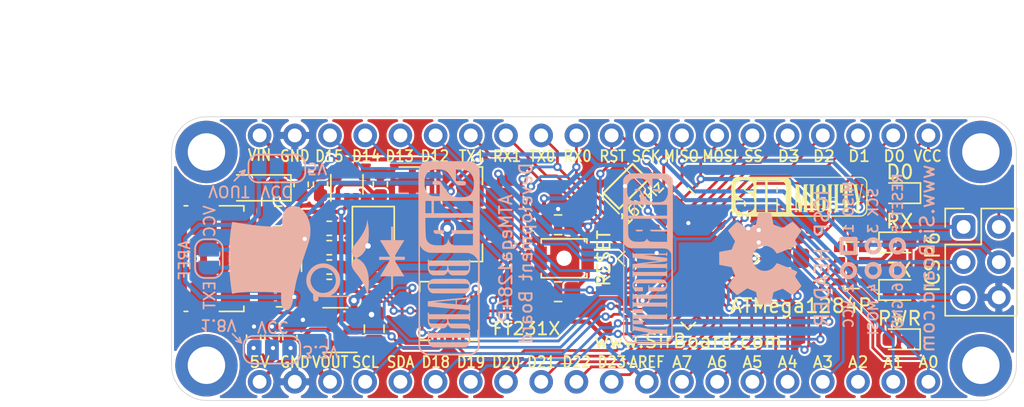
<source format=kicad_pcb>
(kicad_pcb (version 20171130) (host pcbnew "(5.1.2)-2")
  (title_block (title SirMighty) (date 2019-08-11) (rev 1) (company SirBoard) (comment 1 www.SirBoard.com) (comment 2 "ATMega1284 Based Dev Board"))
  (layers (0 F.Cu signal) (31 B.Cu signal) (34 B.Paste user hide) (35 F.Paste user hide) (36 B.SilkS user) (37 F.SilkS user) (38 B.Mask user hide) (39 F.Mask user hide) (44 Edge.Cuts user))
  (net 0 "")
  (net 1 GND)
  (net 2 "Net-(J3-Pad4)")
  (net 3 "Net-(L1-Pad2)")
  (net 4 /X1)
  (net 5 /X2)
  (net 6 /uD+)
  (net 7 /uD-)
  (net 8 /PWRLED)
  (net 9 "Net-(RN1-Pad7)")
  (net 10 TX_LED)
  (net 11 RX_LED)
  (net 12 "Net-(U3-Pad19)")
  (net 13 "Net-(U3-Pad16)")
  (net 14 "Net-(U3-Pad15)")
  (net 15 "Net-(U3-Pad11)")
  (net 16 "Net-(U3-Pad6)")
  (net 17 "Net-(U3-Pad5)")
  (net 18 "Net-(U3-Pad4)")
  (net 19 "Net-(U3-Pad2)")
  (net 20 A0)
  (net 21 A1)
  (net 22 A2)
  (net 23 A3)
  (net 24 A4)
  (net 25 A5)
  (net 26 A6)
  (net 27 A7)
  (net 28 5V)
  (net 29 3.3V)
  (net 30 RESET)
  (net 31 VIN)
  (net 32 "Net-(C11-Pad2)")
  (net 33 D13)
  (net 34 D12)
  (net 35 AREF)
  (net 36 "Net-(C3-Pad1)")
  (net 37 VCC)
  (net 38 VOUT)
  (net 39 VUSB)
  (net 40 D-)
  (net 41 D+)
  (net 42 D3)
  (net 43 D2)
  (net 44 "Net-(JP2-Pad1)")
  (net 45 ADJ)
  (net 46 "Net-(JP2-Pad3)")
  (net 47 MOSI)
  (net 48 SCK)
  (net 49 MISO)
  (net 50 SS)
  (net 51 D1)
  (net 52 D0)
  (net 53 D15)
  (net 54 D14)
  (net 55 TXD1)
  (net 56 RXD1)
  (net 57 TXD0)
  (net 58 RXD0)
  (net 59 D23)
  (net 60 D22)
  (net 61 D21)
  (net 62 D20)
  (net 63 D19)
  (net 64 D18)
  (net 65 SDA)
  (net 66 SCL)
  (net 67 Vbus)
  (net 68 /D0LED)
  (net 69 "Net-(RN1-Pad6)")
  (module Package_TO_SOT_SMD:SOT-223-3_TabPin2 (layer F.Cu) (at 61.341 38.227)
    (fp_text reference U4 hide)
    (fp_text value AZ1117-5.0)
    (pad 1 smd rect (at -3.15 -2.3) (size 2 1.5) (layers F.Cu F.Paste F.Mask) (net 1 GND))
    (pad 3 smd rect (at -3.15 2.3) (size 2 1.5) (layers F.Cu F.Paste F.Mask) (net 36 "Net-(C3-Pad1)"))
    (pad 2 smd rect (at -3.15 0) (size 2 1.5) (layers F.Cu F.Paste F.Mask) (net 28 5V))
    (pad 2 smd rect (at 3.15 0) (size 2 3.8) (layers F.Cu F.Paste F.Mask) (net 28 5V))
  )
  (module Capacitor_Tantalum_SMD:CP_EIA-3528-12_Kemet-T (layer F.Cu) (at 55.372 40.132 270)
    (fp_text reference C3 hide)
    (fp_text value 22uF)
    (pad 2 smd roundrect (at 1.5375 0 270) (size 1.325 2.35) (layers F.Cu F.Paste F.Mask) (roundrect_rratio 0.188679) (net 1 GND))
    (pad 1 smd roundrect (at -1.5375 0 270) (size 1.325 2.35) (layers F.Cu F.Paste F.Mask) (roundrect_rratio 0.188679) (net 36 "Net-(C3-Pad1)"))
  )
  (module logo:SirMighty132x36 (layer B.Cu) (at 75.184 41.402 270)
    (fp_text reference G*** hide)
    (fp_text value LOGO hide)
  )
  (module logo:logo126x178 (layer B.Cu) (at 51.308 41.402 270)
    (fp_text reference G*** hide)
    (fp_text value LOGO hide)
  )
  (module logo:SirBoard140x44 (layer B.Cu) (at 60.833 41.402 270)
    (fp_text reference G*** hide)
    (fp_text value LOGO hide)
  )
  (module Symbol:OSHW-Symbol_6.7x6mm_SilkScreen (layer B.Cu) (at 83.312 41.402 270)
    (fp_text reference REF** hide)
    (fp_text value OSHW-Symbol_6.7x6mm_SilkScreen hide)
  )
  (module logo:SirMighty (layer F.Cu) (at 86.106 36.957)
    (fp_text reference G*** hide)
    (fp_text value LOGO hide)
  )
  (module Crystal:Resonator_SMD_muRata_CSTxExxV-3Pin_3.0x1.1mm (layer F.Cu) (at 73.5965 36.195 45)
    (fp_text reference 16MHz (at -0.044901 1.661347 225) (layer F.SilkS) (effects (font (size 0.8 0.8) (thickness 0.13))))
    (fp_text value 20MHz)
    (pad 3 smd rect (at -1.2254 0 225) (size 0.4 1.9) (layers F.Cu F.Paste F.Mask) (net 4 /X1))
    (pad 2 smd rect (at -0.0254 0 225) (size 0.4 1.9) (layers F.Cu F.Paste F.Mask) (net 1 GND))
    (pad 1 smd rect (at 1.1746 0 225) (size 0.4 1.9) (layers F.Cu F.Paste F.Mask) (net 5 /X2))
  )
  (module Connector_PinHeader_2.54mm:PinHeader_1x20_P2.54mm_Vertical (layer B.Cu) (at 47.1678 50.3174 270)
    (fp_text reference J1 hide)
    (fp_text value Conn_01x20)
    (pad 1 thru_hole circle (at 0 0 270) (size 1.7 1.7) (drill 1) (layers *.Cu *.Mask) (net 28 5V))
    (pad 2 thru_hole oval (at 0 -2.54 270) (size 1.7 1.7) (drill 1) (layers *.Cu *.Mask) (net 1 GND))
    (pad 3 thru_hole oval (at 0 -5.08 270) (size 1.7 1.7) (drill 1) (layers *.Cu *.Mask) (net 38 VOUT))
    (pad 4 thru_hole oval (at 0 -7.62 270) (size 1.7 1.7) (drill 1) (layers *.Cu *.Mask) (net 66 SCL))
    (pad 5 thru_hole oval (at 0 -10.16 270) (size 1.7 1.7) (drill 1) (layers *.Cu *.Mask) (net 65 SDA))
    (pad 6 thru_hole oval (at 0 -12.7 270) (size 1.7 1.7) (drill 1) (layers *.Cu *.Mask) (net 64 D18))
    (pad 7 thru_hole oval (at 0 -15.24 270) (size 1.7 1.7) (drill 1) (layers *.Cu *.Mask) (net 63 D19))
    (pad 8 thru_hole oval (at 0 -17.78 270) (size 1.7 1.7) (drill 1) (layers *.Cu *.Mask) (net 62 D20))
    (pad 9 thru_hole oval (at 0 -20.32 270) (size 1.7 1.7) (drill 1) (layers *.Cu *.Mask) (net 61 D21))
    (pad 10 thru_hole oval (at 0 -22.86 270) (size 1.7 1.7) (drill 1) (layers *.Cu *.Mask) (net 60 D22))
    (pad 11 thru_hole oval (at 0 -25.4 270) (size 1.7 1.7) (drill 1) (layers *.Cu *.Mask) (net 59 D23))
    (pad 12 thru_hole oval (at 0 -27.94 270) (size 1.7 1.7) (drill 1) (layers *.Cu *.Mask) (net 35 AREF))
    (pad 13 thru_hole oval (at 0 -30.48 270) (size 1.7 1.7) (drill 1) (layers *.Cu *.Mask) (net 27 A7))
    (pad 14 thru_hole oval (at 0 -33.02 270) (size 1.7 1.7) (drill 1) (layers *.Cu *.Mask) (net 26 A6))
    (pad 15 thru_hole oval (at 0 -35.56 270) (size 1.7 1.7) (drill 1) (layers *.Cu *.Mask) (net 25 A5))
    (pad 16 thru_hole oval (at 0 -38.1 270) (size 1.7 1.7) (drill 1) (layers *.Cu *.Mask) (net 24 A4))
    (pad 17 thru_hole oval (at 0 -40.64 270) (size 1.7 1.7) (drill 1) (layers *.Cu *.Mask) (net 23 A3))
    (pad 18 thru_hole oval (at 0 -43.18 270) (size 1.7 1.7) (drill 1) (layers *.Cu *.Mask) (net 22 A2))
    (pad 19 thru_hole oval (at 0 -45.72 270) (size 1.7 1.7) (drill 1) (layers *.Cu *.Mask) (net 21 A1))
    (pad 20 thru_hole oval (at 0 -48.26 270) (size 1.7 1.7) (drill 1) (layers *.Cu *.Mask) (net 20 A0))
  )
  (module Jumper:SolderJumper-2_P1.3mm_Open_RoundedPad1.0x1.5mm (layer B.Cu) (at 43.5102 41.4274 90)
    (fp_text reference JP1 hide)
    (fp_text value SolderJumper_2_Open)
    (pad 2 smd custom (at 0.65 0 90) (size 1 0.5) (layers B.Cu B.Mask) (net 37 VCC) (options (clearance outline) (anchor rect)) (primitives (gr_circle (center 0 -0.25) (end 0.5 -0.25) (width 0)) (gr_circle (center 0 0.25) (end 0.5 0.25) (width 0)) (gr_poly (pts (xy 0 0.75) (xy -0.5 0.75) (xy -0.5 -0.75) (xy 0 -0.75)) (width 0))))
    (pad 1 smd custom (at -0.65 0 90) (size 1 0.5) (layers B.Cu B.Mask) (net 35 AREF) (options (clearance outline) (anchor rect)) (primitives (gr_circle (center 0 -0.25) (end 0.5 -0.25) (width 0)) (gr_circle (center 0 0.25) (end 0.5 0.25) (width 0)) (gr_poly (pts (xy 0 0.75) (xy 0.5 0.75) (xy 0.5 -0.75) (xy 0 -0.75)) (width 0))))
  )
  (module Jumper:SolderJumper-3_P1.3mm_Open_RoundedPad1.0x1.5mm (layer B.Cu) (at 48.0568 48.006)
    (fp_text reference JP2 hide)
    (fp_text value SolderJumper_3_Open)
    (pad 2 smd rect (at 0 0) (size 1 1.5) (layers B.Cu B.Mask) (net 45 ADJ))
    (pad 3 smd custom (at 1.3 0) (size 1 0.5) (layers B.Cu B.Mask) (net 46 "Net-(JP2-Pad3)") (options (clearance outline) (anchor rect)) (primitives (gr_circle (center 0 -0.25) (end 0.5 -0.25) (width 0)) (gr_circle (center 0 0.25) (end 0.5 0.25) (width 0)) (gr_poly (pts (xy -0.55 0.75) (xy 0 0.75) (xy 0 -0.75) (xy -0.55 -0.75)) (width 0))))
    (pad 1 smd custom (at -1.3 0) (size 1 0.5) (layers B.Cu B.Mask) (net 44 "Net-(JP2-Pad1)") (options (clearance outline) (anchor rect)) (primitives (gr_circle (center 0 -0.25) (end 0.5 -0.25) (width 0)) (gr_circle (center 0 0.25) (end 0.5 0.25) (width 0)) (gr_poly (pts (xy 0.55 0.75) (xy 0 0.75) (xy 0 -0.75) (xy 0.55 -0.75)) (width 0))))
  )
  (module Jumper:SolderJumper-3_P1.3mm_Open_RoundedPad1.0x1.5mm (layer B.Cu) (at 48.4124 34.925)
    (fp_text reference JP3 hide)
    (fp_text value SolderJumper_3_Open)
    (pad 2 smd rect (at 0 0) (size 1 1.5) (layers B.Cu B.Mask) (net 37 VCC))
    (pad 3 smd custom (at 1.3 0) (size 1 0.5) (layers B.Cu B.Mask) (net 28 5V) (options (clearance outline) (anchor rect)) (primitives (gr_circle (center 0 -0.25) (end 0.5 -0.25) (width 0)) (gr_circle (center 0 0.25) (end 0.5 0.25) (width 0)) (gr_poly (pts (xy -0.55 0.75) (xy 0 0.75) (xy 0 -0.75) (xy -0.55 -0.75)) (width 0))))
    (pad 1 smd custom (at -1.3 0) (size 1 0.5) (layers B.Cu B.Mask) (net 38 VOUT) (options (clearance outline) (anchor rect)) (primitives (gr_circle (center 0 -0.25) (end 0.5 -0.25) (width 0)) (gr_circle (center 0 0.25) (end 0.5 0.25) (width 0)) (gr_poly (pts (xy 0.55 0.75) (xy 0 0.75) (xy 0 -0.75) (xy 0.55 -0.75)) (width 0))))
  )
  (module Capacitor_SMD:C_0603_1608Metric (layer F.Cu) (at 85.217 39.878 180)
    (fp_text reference C7 hide)
    (fp_text value 100nF)
    (pad 2 smd roundrect (at 0.7875 0 180) (size 0.875 0.95) (layers F.Cu F.Paste F.Mask) (net 1 GND))
    (pad 1 smd roundrect (at -0.7875 0 180) (size 0.875 0.95) (layers F.Cu F.Paste F.Mask) (net 37 VCC))
  )
  (module Resistor_SMD:R_0603_1608Metric (layer F.Cu) (at 51.562 36.068 270)
    (fp_text reference R4 hide)
    (fp_text value 10k)
    (pad 2 smd roundrect (at 0.7875 0 270) (size 0.875 0.95) (layers F.Cu F.Paste F.Mask) (net 1 GND))
    (pad 1 smd roundrect (at -0.7875 0 270) (size 0.875 0.95) (layers F.Cu F.Paste F.Mask) (net 31 VIN))
  )
  (module Capacitor_SMD:C_0805_2012Metric_Pad1.15x1.40mm_HandSolder (layer F.Cu) (at 55.4355 46.482 90)
    (fp_text reference C9 hide)
    (fp_text value 1uF)
    (pad 2 smd roundrect (at 1.025 0 90) (size 1.15 1.4) (layers F.Cu F.Paste F.Mask) (roundrect_rratio 0.217391) (net 1 GND))
    (pad 1 smd roundrect (at -1.025 0 90) (size 1.15 1.4) (layers F.Cu F.Paste F.Mask) (roundrect_rratio 0.217391) (net 28 5V))
  )
  (module Package_TO_SOT_SMD:SOT-143 (layer F.Cu) (at 48.641 41.148 90)
    (fp_text reference D1 hide)
    (fp_text value PRTR5V0U2X)
    (pad 1 smd rect (at -1.1238 -0.7954) (size 1.2 1) (layers F.Cu F.Paste F.Mask) (net 1 GND))
    (pad 2 smd rect (at -1.1238 0.9246) (size 0.8 1) (layers F.Cu F.Paste F.Mask) (net 41 D+))
    (pad 3 smd rect (at 1.1762 0.9246) (size 0.8 1) (layers F.Cu F.Paste F.Mask) (net 40 D-))
    (pad 4 smd rect (at 1.1762 -0.9754) (size 0.8 1) (layers F.Cu F.Paste F.Mask) (net 67 Vbus))
  )
  (module Connector_PinHeader_2.54mm:PinHeader_2x03_P2.54mm_Vertical (layer F.Cu) (at 97.9678 39.1414)
    (fp_text reference ICSP6 (at -2.2352 2.54 270) (layer F.SilkS))
    (fp_text value Conn_02x03_Odd_Even)
    (pad 6 thru_hole oval (at 2.54 5.08) (size 1.7 1.7) (drill 1) (layers *.Cu *.Mask) (net 1 GND))
    (pad 5 thru_hole oval (at 0 5.08) (size 1.7 1.7) (drill 1) (layers *.Cu *.Mask) (net 30 RESET))
    (pad 4 thru_hole oval (at 2.54 2.54) (size 1.7 1.7) (drill 1) (layers *.Cu *.Mask) (net 47 MOSI))
    (pad 3 thru_hole oval (at 0 2.54) (size 1.7 1.7) (drill 1) (layers *.Cu *.Mask) (net 48 SCK))
    (pad 2 thru_hole oval (at 2.54 0) (size 1.7 1.7) (drill 1) (layers *.Cu *.Mask) (net 37 VCC))
    (pad 1 thru_hole roundrect (at 0 0) (size 1.7 1.7) (drill 1) (layers *.Cu *.Mask) (net 49 MISO))
  )
  (module MountingHole:MountingHole_2.7mm_M2.5_ISO14580_Pad (layer F.Cu) (at 99.2124 49.1236)
    (fp_text reference REF** hide)
    (fp_text value MountingHole_2.7mm_M2.5_ISO14580_Pad)
    (pad 1 thru_hole circle (at 0 0) (size 4.5 4.5) (drill 2.7) (layers *.Cu *.Mask))
  )
  (module MountingHole:MountingHole_2.7mm_M2.5_ISO14580_Pad (layer F.Cu) (at 99.2124 33.7312)
    (fp_text reference REF** hide)
    (fp_text value MountingHole_2.7mm_M2.5_ISO14580_Pad)
    (pad 1 thru_hole circle (at 0 0) (size 4.5 4.5) (drill 2.7) (layers *.Cu *.Mask))
  )
  (module MountingHole:MountingHole_2.7mm_M2.5_ISO14580_Pad (layer F.Cu) (at 43.3324 33.7312)
    (fp_text reference REF** hide)
    (fp_text value MountingHole_2.7mm_M2.5_ISO14580_Pad)
    (pad 1 thru_hole circle (at 0 0) (size 4.5 4.5) (drill 2.7) (layers *.Cu *.Mask))
  )
  (module MountingHole:MountingHole_2.7mm_M2.5_ISO14580_Pad (layer F.Cu) (at 43.3324 49.1236)
    (fp_text reference REF** hide)
    (fp_text value MountingHole_2.7mm_M2.5_ISO14580_Pad)
    (pad 1 thru_hole circle (at 0 0) (size 4.5 4.5) (drill 2.7) (layers *.Cu *.Mask))
  )
  (module Connector_PinHeader_2.54mm:PinHeader_1x20_P2.54mm_Vertical (layer B.Cu) (at 47.1678 32.5374 270)
    (fp_text reference J2 hide)
    (fp_text value Conn_01x20)
    (pad 20 thru_hole oval (at 0 -48.26 270) (size 1.7 1.7) (drill 1) (layers *.Cu *.Mask) (net 37 VCC))
    (pad 19 thru_hole oval (at 0 -45.72 270) (size 1.7 1.7) (drill 1) (layers *.Cu *.Mask) (net 52 D0))
    (pad 18 thru_hole oval (at 0 -43.18 270) (size 1.7 1.7) (drill 1) (layers *.Cu *.Mask) (net 51 D1))
    (pad 17 thru_hole oval (at 0 -40.64 270) (size 1.7 1.7) (drill 1) (layers *.Cu *.Mask) (net 43 D2))
    (pad 16 thru_hole oval (at 0 -38.1 270) (size 1.7 1.7) (drill 1) (layers *.Cu *.Mask) (net 42 D3))
    (pad 15 thru_hole oval (at 0 -35.56 270) (size 1.7 1.7) (drill 1) (layers *.Cu *.Mask) (net 50 SS))
    (pad 14 thru_hole oval (at 0 -33.02 270) (size 1.7 1.7) (drill 1) (layers *.Cu *.Mask) (net 47 MOSI))
    (pad 13 thru_hole oval (at 0 -30.48 270) (size 1.7 1.7) (drill 1) (layers *.Cu *.Mask) (net 49 MISO))
    (pad 12 thru_hole oval (at 0 -27.94 270) (size 1.7 1.7) (drill 1) (layers *.Cu *.Mask) (net 48 SCK))
    (pad 11 thru_hole oval (at 0 -25.4 270) (size 1.7 1.7) (drill 1) (layers *.Cu *.Mask) (net 30 RESET))
    (pad 10 thru_hole oval (at 0 -22.86 270) (size 1.7 1.7) (drill 1) (layers *.Cu *.Mask) (net 58 RXD0))
    (pad 9 thru_hole oval (at 0 -20.32 270) (size 1.7 1.7) (drill 1) (layers *.Cu *.Mask) (net 57 TXD0))
    (pad 8 thru_hole oval (at 0 -17.78 270) (size 1.7 1.7) (drill 1) (layers *.Cu *.Mask) (net 56 RXD1))
    (pad 7 thru_hole oval (at 0 -15.24 270) (size 1.7 1.7) (drill 1) (layers *.Cu *.Mask) (net 55 TXD1))
    (pad 6 thru_hole oval (at 0 -12.7 270) (size 1.7 1.7) (drill 1) (layers *.Cu *.Mask) (net 34 D12))
    (pad 5 thru_hole oval (at 0 -10.16 270) (size 1.7 1.7) (drill 1) (layers *.Cu *.Mask) (net 33 D13))
    (pad 4 thru_hole oval (at 0 -7.62 270) (size 1.7 1.7) (drill 1) (layers *.Cu *.Mask) (net 54 D14))
    (pad 3 thru_hole oval (at 0 -5.08 270) (size 1.7 1.7) (drill 1) (layers *.Cu *.Mask) (net 53 D15))
    (pad 2 thru_hole oval (at 0 -2.54 270) (size 1.7 1.7) (drill 1) (layers *.Cu *.Mask) (net 1 GND))
    (pad 1 thru_hole circle (at 0 0 270) (size 1.7 1.7) (drill 1) (layers *.Cu *.Mask) (net 31 VIN))
  )
  (module Package_DFN_QFN:QFN-20-1EP_4x4mm_P0.5mm_EP2.5x2.5mm (layer F.Cu) (at 60.833 45.202 270)
    (fp_text reference FT231X (at 1.28 -5.588) (layer F.SilkS) (effects (font (size 0.9 0.9) (thickness 0.14))))
    (fp_text value FT231XQ)
    (pad 20 smd roundrect (at -1 -1.9375 270) (size 0.25 0.825) (layers F.Cu F.Paste F.Mask) (net 29 3.3V))
    (pad 19 smd roundrect (at -0.5 -1.9375 270) (size 0.25 0.825) (layers F.Cu F.Paste F.Mask) (net 12 "Net-(U3-Pad19)"))
    (pad 18 smd roundrect (at 0 -1.9375 270) (size 0.25 0.825) (layers F.Cu F.Paste F.Mask) (net 32 "Net-(C11-Pad2)"))
    (pad 17 smd roundrect (at 0.5 -1.9375 270) (size 0.25 0.825) (layers F.Cu F.Paste F.Mask) (net 58 RXD0))
    (pad 16 smd roundrect (at 1 -1.9375 270) (size 0.25 0.825) (layers F.Cu F.Paste F.Mask) (net 13 "Net-(U3-Pad16)"))
    (pad 15 smd roundrect (at 1.9375 -1 270) (size 0.825 0.25) (layers F.Cu F.Paste F.Mask) (net 14 "Net-(U3-Pad15)"))
    (pad 14 smd roundrect (at 1.9375 -0.5 270) (size 0.825 0.25) (layers F.Cu F.Paste F.Mask) (net 11 RX_LED))
    (pad 13 smd roundrect (at 1.9375 0 270) (size 0.825 0.25) (layers F.Cu F.Paste F.Mask) (net 1 GND))
    (pad 12 smd roundrect (at 1.9375 0.5 270) (size 0.825 0.25) (layers F.Cu F.Paste F.Mask) (net 39 VUSB))
    (pad 11 smd roundrect (at 1.9375 1 270) (size 0.825 0.25) (layers F.Cu F.Paste F.Mask) (net 15 "Net-(U3-Pad11)"))
    (pad 10 smd roundrect (at 1 1.9375 270) (size 0.25 0.825) (layers F.Cu F.Paste F.Mask) (net 29 3.3V))
    (pad 9 smd roundrect (at 0.5 1.9375 270) (size 0.25 0.825) (layers F.Cu F.Paste F.Mask) (net 7 /uD-))
    (pad 8 smd roundrect (at 0 1.9375 270) (size 0.25 0.825) (layers F.Cu F.Paste F.Mask) (net 6 /uD+))
    (pad 7 smd roundrect (at -0.5 1.9375 270) (size 0.25 0.825) (layers F.Cu F.Paste F.Mask) (net 10 TX_LED))
    (pad 6 smd roundrect (at -1 1.9375 270) (size 0.25 0.825) (layers F.Cu F.Paste F.Mask) (net 16 "Net-(U3-Pad6)"))
    (pad 5 smd roundrect (at -1.9375 1 270) (size 0.825 0.25) (layers F.Cu F.Paste F.Mask) (net 17 "Net-(U3-Pad5)"))
    (pad 4 smd roundrect (at -1.9375 0.5 270) (size 0.825 0.25) (layers F.Cu F.Paste F.Mask) (net 18 "Net-(U3-Pad4)"))
    (pad 3 smd roundrect (at -1.9375 0 270) (size 0.825 0.25) (layers F.Cu F.Paste F.Mask) (net 1 GND))
    (pad 2 smd roundrect (at -1.9375 -0.5 270) (size 0.825 0.25) (layers F.Cu F.Paste F.Mask) (net 19 "Net-(U3-Pad2)"))
    (pad 1 smd roundrect (at -1.9375 -1 270) (size 0.825 0.25) (layers F.Cu F.Paste F.Mask) (net 57 TXD0))
    (pad 21 smd roundrect (at 0 0 270) (size 2.5 2.5) (layers F.Cu F.Mask) (roundrect_rratio 0.1) (net 1 GND))
  )
  (module Package_TO_SOT_SMD:SOT-23-5 (layer F.Cu) (at 52.6415 46.5836 180)
    (fp_text reference U2 hide)
    (fp_text value AP7365-W-7)
    (pad 5 smd rect (at 1.1 -0.95 180) (size 1.06 0.65) (layers F.Cu F.Paste F.Mask) (net 38 VOUT))
    (pad 4 smd rect (at 1.1 0.95 180) (size 1.06 0.65) (layers F.Cu F.Paste F.Mask) (net 45 ADJ))
    (pad 3 smd rect (at -1.1 0.95 180) (size 1.06 0.65) (layers F.Cu F.Paste F.Mask) (net 28 5V))
    (pad 2 smd rect (at -1.1 0 180) (size 1.06 0.65) (layers F.Cu F.Paste F.Mask) (net 1 GND))
    (pad 1 smd rect (at -1.1 -0.95 180) (size 1.06 0.65) (layers F.Cu F.Paste F.Mask) (net 28 5V))
  )
  (module Package_DFN_QFN:QFN-44-1EP_7x7mm_P0.5mm_EP5.2x5.2mm (layer F.Cu) (at 78.105 41.432239 315)
    (fp_text reference www.SirBoard.com (at 4.199338 4.199338 180) (layer F.SilkS) (effects (font (thickness 0.14))))
    (fp_text value ATmega1284P-MU)
    (pad 44 smd roundrect (at -2.5 -3.3375 315) (size 0.25 1.075) (layers F.Cu F.Paste F.Mask) (net 50 SS))
    (pad 43 smd roundrect (at -2 -3.3375 315) (size 0.25 1.075) (layers F.Cu F.Paste F.Mask) (net 42 D3))
    (pad 42 smd roundrect (at -1.5 -3.3375 315) (size 0.25 1.075) (layers F.Cu F.Paste F.Mask) (net 43 D2))
    (pad 41 smd roundrect (at -1 -3.3375 315) (size 0.25 1.075) (layers F.Cu F.Paste F.Mask) (net 51 D1))
    (pad 40 smd roundrect (at -0.5 -3.3375 315) (size 0.25 1.075) (layers F.Cu F.Paste F.Mask) (net 52 D0))
    (pad 39 smd roundrect (at 0 -3.3375 315) (size 0.25 1.075) (layers F.Cu F.Paste F.Mask) (net 1 GND))
    (pad 38 smd roundrect (at 0.5 -3.3375 315) (size 0.25 1.075) (layers F.Cu F.Paste F.Mask) (net 37 VCC))
    (pad 37 smd roundrect (at 1 -3.3375 315) (size 0.25 1.075) (layers F.Cu F.Paste F.Mask) (net 20 A0))
    (pad 36 smd roundrect (at 1.5 -3.3375 315) (size 0.25 1.075) (layers F.Cu F.Paste F.Mask) (net 21 A1))
    (pad 35 smd roundrect (at 2 -3.3375 315) (size 0.25 1.075) (layers F.Cu F.Paste F.Mask) (net 22 A2))
    (pad 34 smd roundrect (at 2.5 -3.3375 315) (size 0.25 1.075) (layers F.Cu F.Paste F.Mask) (net 23 A3))
    (pad 33 smd roundrect (at 3.3375 -2.5 315) (size 1.075 0.25) (layers F.Cu F.Paste F.Mask) (net 24 A4))
    (pad 32 smd roundrect (at 3.3375 -2 315) (size 1.075 0.25) (layers F.Cu F.Paste F.Mask) (net 25 A5))
    (pad 31 smd roundrect (at 3.3375 -1.5 315) (size 1.075 0.25) (layers F.Cu F.Paste F.Mask) (net 26 A6))
    (pad 30 smd roundrect (at 3.3375 -1 315) (size 1.075 0.25) (layers F.Cu F.Paste F.Mask) (net 27 A7))
    (pad 29 smd roundrect (at 3.3375 -0.5 315) (size 1.075 0.25) (layers F.Cu F.Paste F.Mask) (net 35 AREF))
    (pad 28 smd roundrect (at 3.3375 0 315) (size 1.075 0.25) (layers F.Cu F.Paste F.Mask) (net 1 GND))
    (pad 27 smd roundrect (at 3.3375 0.5 315) (size 1.075 0.25) (layers F.Cu F.Paste F.Mask) (net 3 "Net-(L1-Pad2)"))
    (pad 26 smd roundrect (at 3.3375 1 315) (size 1.075 0.25) (layers F.Cu F.Paste F.Mask) (net 59 D23))
    (pad 25 smd roundrect (at 3.3375 1.5 315) (size 1.075 0.25) (layers F.Cu F.Paste F.Mask) (net 60 D22))
    (pad 24 smd roundrect (at 3.3375 2 315) (size 1.075 0.25) (layers F.Cu F.Paste F.Mask) (net 61 D21))
    (pad 23 smd roundrect (at 3.3375 2.5 315) (size 1.075 0.25) (layers F.Cu F.Paste F.Mask) (net 62 D20))
    (pad 22 smd roundrect (at 2.5 3.3375 315) (size 0.25 1.075) (layers F.Cu F.Paste F.Mask) (net 63 D19))
    (pad 21 smd roundrect (at 2 3.3375 315) (size 0.25 1.075) (layers F.Cu F.Paste F.Mask) (net 64 D18))
    (pad 20 smd roundrect (at 1.5 3.3375 315) (size 0.25 1.075) (layers F.Cu F.Paste F.Mask) (net 65 SDA))
    (pad 19 smd roundrect (at 1 3.3375 315) (size 0.25 1.075) (layers F.Cu F.Paste F.Mask) (net 66 SCL))
    (pad 18 smd roundrect (at 0.5 3.3375 315) (size 0.25 1.075) (layers F.Cu F.Paste F.Mask) (net 1 GND))
    (pad 17 smd roundrect (at 0 3.3375 315) (size 0.25 1.075) (layers F.Cu F.Paste F.Mask) (net 37 VCC))
    (pad 16 smd roundrect (at -0.5 3.3375 315) (size 0.25 1.075) (layers F.Cu F.Paste F.Mask) (net 53 D15))
    (pad 15 smd roundrect (at -1 3.3375 315) (size 0.25 1.075) (layers F.Cu F.Paste F.Mask) (net 54 D14))
    (pad 14 smd roundrect (at -1.5 3.3375 315) (size 0.25 1.075) (layers F.Cu F.Paste F.Mask) (net 33 D13))
    (pad 13 smd roundrect (at -2 3.3375 315) (size 0.25 1.075) (layers F.Cu F.Paste F.Mask) (net 34 D12))
    (pad 12 smd roundrect (at -2.5 3.3375 315) (size 0.25 1.075) (layers F.Cu F.Paste F.Mask) (net 55 TXD1))
    (pad 11 smd roundrect (at -3.3375 2.5 315) (size 1.075 0.25) (layers F.Cu F.Paste F.Mask) (net 56 RXD1))
    (pad 10 smd roundrect (at -3.3375 2 315) (size 1.075 0.25) (layers F.Cu F.Paste F.Mask) (net 57 TXD0))
    (pad 9 smd roundrect (at -3.3375 1.5 315) (size 1.075 0.25) (layers F.Cu F.Paste F.Mask) (net 58 RXD0))
    (pad 8 smd roundrect (at -3.3375 1 315) (size 1.075 0.25) (layers F.Cu F.Paste F.Mask) (net 4 /X1))
    (pad 7 smd roundrect (at -3.3375 0.5 315) (size 1.075 0.25) (layers F.Cu F.Paste F.Mask) (net 5 /X2))
    (pad 6 smd roundrect (at -3.3375 0 315) (size 1.075 0.25) (layers F.Cu F.Paste F.Mask) (net 1 GND))
    (pad 5 smd roundrect (at -3.3375 -0.5 315) (size 1.075 0.25) (layers F.Cu F.Paste F.Mask) (net 37 VCC))
    (pad 4 smd roundrect (at -3.3375 -1 315) (size 1.075 0.25) (layers F.Cu F.Paste F.Mask) (net 30 RESET))
    (pad 3 smd roundrect (at -3.3375 -1.5 315) (size 1.075 0.25) (layers F.Cu F.Paste F.Mask) (net 48 SCK))
    (pad 2 smd roundrect (at -3.3375 -2 315) (size 1.075 0.25) (layers F.Cu F.Paste F.Mask) (net 49 MISO))
    (pad 1 smd roundrect (at -3.3375 -2.5 315) (size 1.075 0.25) (layers F.Cu F.Paste F.Mask) (net 47 MOSI))
    (pad 45 smd roundrect (at 0 0 315) (size 5.2 5.2) (layers F.Cu F.Mask) (roundrect_rratio 0.048077) (net 1 GND))
  )
  (module LED_SMD:LED_0603_1608Metric (layer F.Cu) (at 93.345 43.688)
    (fp_text reference TX (at 0 -1.43) (layer F.SilkS))
    (fp_text value LED)
    (pad 1 smd roundrect (at -0.7875 0) (size 0.875 0.95) (layers F.Cu F.Paste F.Mask) (net 69 "Net-(RN1-Pad6)"))
    (pad 2 smd roundrect (at 0.7875 0) (size 0.875 0.95) (layers F.Cu F.Paste F.Mask) (net 28 5V))
  )
  (module LED_SMD:LED_0603_1608Metric (layer F.Cu) (at 93.345 40.259)
    (fp_text reference RX (at 0 -1.524) (layer F.SilkS))
    (fp_text value LED)
    (pad 1 smd roundrect (at -0.7875 0) (size 0.875 0.95) (layers F.Cu F.Paste F.Mask) (net 9 "Net-(RN1-Pad7)"))
    (pad 2 smd roundrect (at 0.7875 0) (size 0.875 0.95) (layers F.Cu F.Paste F.Mask) (net 28 5V))
  )
  (module Button_Switch_SMD:SW_SPST_B3U-1000P-B (layer F.Cu) (at 69.1388 41.402 180)
    (fp_text reference RESET (at -2.8702 0 90) (layer F.SilkS) (effects (font (size 0.9 0.9) (thickness 0.14))))
    (fp_text value SW_Push)
    (pad "" np_thru_hole circle (at 0 0 180) (size 0.8 0.8) (drill 0.8) (layers *.Cu *.Mask))
    (pad 2 smd rect (at 1.7 0 180) (size 0.9 1.7) (layers F.Cu F.Paste F.Mask) (net 1 GND))
    (pad 1 smd rect (at -1.7 0 180) (size 0.9 1.7) (layers F.Cu F.Paste F.Mask) (net 30 RESET))
  )
  (module Resistor_SMD:R_Array_Convex_4x0603 (layer F.Cu) (at 89.916 41.91)
    (fp_text reference RN1 hide)
    (fp_text value 1k)
    (pad 5 smd rect (at 0.9 1.2) (size 0.8 0.5) (layers F.Cu F.Paste F.Mask) (net 8 /PWRLED))
    (pad 6 smd rect (at 0.9 0.4) (size 0.8 0.4) (layers F.Cu F.Paste F.Mask) (net 69 "Net-(RN1-Pad6)"))
    (pad 8 smd rect (at 0.9 -1.2) (size 0.8 0.5) (layers F.Cu F.Paste F.Mask) (net 68 /D0LED))
    (pad 7 smd rect (at 0.9 -0.4) (size 0.8 0.4) (layers F.Cu F.Paste F.Mask) (net 9 "Net-(RN1-Pad7)"))
    (pad 4 smd rect (at -0.9 1.2) (size 0.8 0.5) (layers F.Cu F.Paste F.Mask) (net 28 5V))
    (pad 2 smd rect (at -0.9 -0.4) (size 0.8 0.4) (layers F.Cu F.Paste F.Mask) (net 11 RX_LED))
    (pad 3 smd rect (at -0.9 0.4) (size 0.8 0.4) (layers F.Cu F.Paste F.Mask) (net 10 TX_LED))
    (pad 1 smd rect (at -0.9 -1.2) (size 0.8 0.5) (layers F.Cu F.Paste F.Mask) (net 52 D0))
  )
  (module Resistor_SMD:R_0603_1608Metric (layer F.Cu) (at 48.0568 47.117 270)
    (fp_text reference R7 hide)
    (fp_text value 68k)
    (pad 2 smd roundrect (at 0.7875 0 270) (size 0.875 0.95) (layers F.Cu F.Paste F.Mask) (net 45 ADJ))
    (pad 1 smd roundrect (at -0.7875 0 270) (size 0.875 0.95) (layers F.Cu F.Paste F.Mask) (net 38 VOUT))
  )
  (module Resistor_SMD:R_0603_1608Metric (layer F.Cu) (at 46.736 47.117 90)
    (fp_text reference R6 hide)
    (fp_text value 22k)
    (pad 2 smd roundrect (at 0.7875 0 90) (size 0.875 0.95) (layers F.Cu F.Paste F.Mask) (net 1 GND))
    (pad 1 smd roundrect (at -0.7875 0 90) (size 0.875 0.95) (layers F.Cu F.Paste F.Mask) (net 44 "Net-(JP2-Pad1)"))
  )
  (module Resistor_SMD:R_0603_1608Metric (layer F.Cu) (at 49.3522 47.117 90)
    (fp_text reference R5 hide)
    (fp_text value 56k)
    (pad 1 smd roundrect (at -0.7875 0 90) (size 0.875 0.95) (layers F.Cu F.Paste F.Mask) (net 46 "Net-(JP2-Pad3)"))
    (pad 2 smd roundrect (at 0.7875 0 90) (size 0.875 0.95) (layers F.Cu F.Paste F.Mask) (net 1 GND))
  )
  (module Resistor_SMD:R_0805_2012Metric_Pad1.15x1.40mm_HandSolder (layer F.Cu) (at 68.707 38.989)
    (fp_text reference R3 hide)
    (fp_text value 10k)
    (pad 2 smd roundrect (at 1.025 0) (size 1.15 1.4) (layers F.Cu F.Paste F.Mask) (roundrect_rratio 0.217391) (net 30 RESET))
    (pad 1 smd roundrect (at -1.025 0) (size 1.15 1.4) (layers F.Cu F.Paste F.Mask) (roundrect_rratio 0.217391) (net 37 VCC))
  )
  (module Resistor_SMD:R_0603_1608Metric (layer F.Cu) (at 52.197 42.037)
    (fp_text reference R2 hide)
    (fp_text value 27e)
    (pad 2 smd roundrect (at 0.7875 0) (size 0.875 0.95) (layers F.Cu F.Paste F.Mask) (net 6 /uD+))
    (pad 1 smd roundrect (at -0.7875 0) (size 0.875 0.95) (layers F.Cu F.Paste F.Mask) (net 41 D+))
  )
  (module Resistor_SMD:R_0603_1608Metric (layer F.Cu) (at 52.197 40.64)
    (fp_text reference R1 hide)
    (fp_text value 27e)
    (pad 2 smd roundrect (at 0.7875 0) (size 0.875 0.95) (layers F.Cu F.Paste F.Mask) (net 7 /uD-))
    (pad 1 smd roundrect (at -0.7875 0) (size 0.875 0.95) (layers F.Cu F.Paste F.Mask) (net 40 D-))
  )
  (module Package_TO_SOT_SMD:SOT-363_SC-70-6 (layer F.Cu) (at 53.467 36.068 90)
    (fp_text reference Q1 hide)
    (fp_text value Q_DUAL_PMOS_S1G1D2S2G2D1)
    (pad 6 smd rect (at 0.95 -0.65 90) (size 0.65 0.4) (layers F.Cu F.Paste F.Mask) (net 31 VIN))
    (pad 4 smd rect (at 0.95 0.65 90) (size 0.65 0.4) (layers F.Cu F.Paste F.Mask) (net 28 5V))
    (pad 2 smd rect (at -0.95 0 90) (size 0.65 0.4) (layers F.Cu F.Paste F.Mask) (net 39 VUSB))
    (pad 5 smd rect (at 0.95 0 90) (size 0.65 0.4) (layers F.Cu F.Paste F.Mask) (net 31 VIN))
    (pad 3 smd rect (at -0.95 0.65 90) (size 0.65 0.4) (layers F.Cu F.Paste F.Mask) (net 39 VUSB))
    (pad 1 smd rect (at -0.95 -0.65 90) (size 0.65 0.4) (layers F.Cu F.Paste F.Mask) (net 36 "Net-(C3-Pad1)"))
  )
  (module LED_SMD:LED_0603_1608Metric (layer F.Cu) (at 93.345 47.244 180)
    (fp_text reference PWR (at 0.0006 1.4986) (layer F.SilkS))
    (fp_text value LED)
    (pad 1 smd roundrect (at -0.7875 0 180) (size 0.875 0.95) (layers F.Cu F.Paste F.Mask) (net 1 GND))
    (pad 2 smd roundrect (at 0.7875 0 180) (size 0.875 0.95) (layers F.Cu F.Paste F.Mask) (net 8 /PWRLED))
  )
  (module Inductor_SMD:L_0805_2012Metric_Pad1.15x1.40mm_HandSolder (layer F.Cu) (at 85.217 41.402 180)
    (fp_text reference L1 hide)
    (fp_text value 10uH)
    (pad 2 smd roundrect (at 1.025 0 180) (size 1.15 1.4) (layers F.Cu F.Paste F.Mask) (roundrect_rratio 0.217391) (net 3 "Net-(L1-Pad2)"))
    (pad 1 smd roundrect (at -1.025 0 180) (size 1.15 1.4) (layers F.Cu F.Paste F.Mask) (roundrect_rratio 0.217391) (net 37 VCC))
  )
  (module Connector_USB:USB_Micro-B_Molex_47346-0001 (layer F.Cu) (at 44.323 41.4274 270)
    (fp_text reference J3 hide)
    (fp_text value USB_B_Micro)
    (pad 6 smd rect (at 0.84 1.2 270) (size 1.175 1.9) (layers F.Cu F.Paste F.Mask) (net 1 GND))
    (pad 6 smd rect (at -0.84 1.2 270) (size 1.175 1.9) (layers F.Cu F.Paste F.Mask) (net 1 GND))
    (pad 6 smd rect (at 2.91 1.2 270) (size 2.375 1.9) (layers F.Cu F.Paste F.Mask) (net 1 GND))
    (pad 6 smd rect (at -2.91 1.2 270) (size 2.375 1.9) (layers F.Cu F.Paste F.Mask) (net 1 GND))
    (pad 6 smd rect (at 2.4625 -1.1 270) (size 1.475 2.1) (layers F.Cu F.Paste F.Mask) (net 1 GND))
    (pad 6 smd rect (at -2.4625 -1.1 270) (size 1.475 2.1) (layers F.Cu F.Paste F.Mask) (net 1 GND))
    (pad 5 smd rect (at 1.3 -1.46 270) (size 0.45 1.38) (layers F.Cu F.Paste F.Mask) (net 1 GND))
    (pad 4 smd rect (at 0.65 -1.46 270) (size 0.45 1.38) (layers F.Cu F.Paste F.Mask) (net 2 "Net-(J3-Pad4)"))
    (pad 3 smd rect (at 0 -1.46 270) (size 0.45 1.38) (layers F.Cu F.Paste F.Mask) (net 41 D+))
    (pad 2 smd rect (at -0.65 -1.46 270) (size 0.45 1.38) (layers F.Cu F.Paste F.Mask) (net 40 D-))
    (pad 1 smd rect (at -1.3 -1.46 270) (size 0.45 1.38) (layers F.Cu F.Paste F.Mask) (net 67 Vbus))
  )
  (module LED_SMD:LED_0603_1608Metric (layer F.Cu) (at 93.3705 36.703 180)
    (fp_text reference D0 (at 0 1.524) (layer F.SilkS))
    (fp_text value LED)
    (pad 2 smd roundrect (at 0.7875 0 180) (size 0.875 0.95) (layers F.Cu F.Paste F.Mask) (net 68 /D0LED))
    (pad 1 smd roundrect (at -0.7875 0 180) (size 0.875 0.95) (layers F.Cu F.Paste F.Mask) (net 1 GND))
  )
  (module Resistor_SMD:R_0805_2012Metric (layer F.Cu) (at 48.514 38.354 180)
    (fp_text reference F1 hide)
    (fp_text value 500mA)
    (pad 2 smd roundrect (at 0.9375 0 180) (size 0.975 1.4) (layers F.Cu F.Paste F.Mask) (net 67 Vbus))
    (pad 1 smd roundrect (at -0.9375 0 180) (size 0.975 1.4) (layers F.Cu F.Paste F.Mask) (net 39 VUSB))
  )
  (module Capacitor_SMD:C_0805_2012Metric_Pad1.15x1.40mm_HandSolder (layer F.Cu) (at 68.707 43.815 180)
    (fp_text reference C11 hide)
    (fp_text value 100nF)
    (pad 2 smd roundrect (at 1.025 0 180) (size 1.15 1.4) (layers F.Cu F.Paste F.Mask) (roundrect_rratio 0.217391) (net 32 "Net-(C11-Pad2)"))
    (pad 1 smd roundrect (at -1.025 0 180) (size 1.15 1.4) (layers F.Cu F.Paste F.Mask) (roundrect_rratio 0.217391) (net 30 RESET))
  )
  (module Capacitor_SMD:C_0805_2012Metric_Pad1.15x1.40mm_HandSolder (layer F.Cu) (at 48.641 44.196 180)
    (fp_text reference C10 hide)
    (fp_text value 1uF)
    (pad 2 smd roundrect (at 1.025 0 180) (size 1.15 1.4) (layers F.Cu F.Paste F.Mask) (roundrect_rratio 0.217391) (net 1 GND))
    (pad 1 smd roundrect (at -1.025 0 180) (size 1.15 1.4) (layers F.Cu F.Paste F.Mask) (roundrect_rratio 0.217391) (net 38 VOUT))
  )
  (module Capacitor_Tantalum_SMD:CP_EIA-3216-12_Kemet-S (layer F.Cu) (at 47.117 36.322 180)
    (fp_text reference C8 hide)
    (fp_text value 22uF)
    (pad 2 smd roundrect (at 1.35 0 180) (size 1.4 1.35) (layers F.Cu F.Paste F.Mask) (roundrect_rratio 0.185185) (net 1 GND))
    (pad 1 smd roundrect (at -1.35 0 180) (size 1.4 1.35) (layers F.Cu F.Paste F.Mask) (roundrect_rratio 0.185185) (net 67 Vbus))
  )
  (module Capacitor_SMD:C_0603_1608Metric (layer F.Cu) (at 50.165 36.068 90)
    (fp_text reference C6 hide)
    (fp_text value 10nF)
    (pad 2 smd roundrect (at 0.7875 0 90) (size 0.875 0.95) (layers F.Cu F.Paste F.Mask) (net 1 GND))
    (pad 1 smd roundrect (at -0.7875 0 90) (size 0.875 0.95) (layers F.Cu F.Paste F.Mask) (net 67 Vbus))
  )
  (module Capacitor_SMD:C_0603_1608Metric (layer F.Cu) (at 55.88 36.068 90)
    (fp_text reference C5 hide)
    (fp_text value 100nF)
    (pad 2 smd roundrect (at 0.7875 0 90) (size 0.875 0.95) (layers F.Cu F.Paste F.Mask) (net 1 GND))
    (pad 1 smd roundrect (at -0.7875 0 90) (size 0.875 0.95) (layers F.Cu F.Paste F.Mask) (net 36 "Net-(C3-Pad1)"))
  )
  (module Capacitor_SMD:C_0603_1608Metric (layer F.Cu) (at 52.197 39.243 180)
    (fp_text reference C4 hide)
    (fp_text value 47pF)
    (pad 2 smd roundrect (at 0.7875 0 180) (size 0.875 0.95) (layers F.Cu F.Paste F.Mask) (net 1 GND))
    (pad 1 smd roundrect (at -0.7875 0 180) (size 0.875 0.95) (layers F.Cu F.Paste F.Mask) (net 7 /uD-))
  )
  (module Capacitor_SMD:C_0603_1608Metric (layer F.Cu) (at 52.197 43.434 180)
    (fp_text reference C2 hide)
    (fp_text value 47pF)
    (pad 2 smd roundrect (at 0.7875 0 180) (size 0.875 0.95) (layers F.Cu F.Paste F.Mask) (net 1 GND))
    (pad 1 smd roundrect (at -0.7875 0 180) (size 0.875 0.95) (layers F.Cu F.Paste F.Mask) (net 6 /uD+))
  )
  (module Capacitor_SMD:C_0603_1608Metric (layer F.Cu) (at 85.217 42.926 180)
    (fp_text reference C1 hide)
    (fp_text value 100nF)
    (pad 2 smd roundrect (at 0.7875 0 180) (size 0.875 0.95) (layers F.Cu F.Paste F.Mask) (net 1 GND))
    (pad 1 smd roundrect (at -0.7875 0 180) (size 0.875 0.95) (layers F.Cu F.Paste F.Mask) (net 35 AREF))
  )
  (gr_text ATMega1284P (at 86.233 44.831) (layer F.SilkS) (effects (font (size 1 1))))
  (gr_line (start 45.847 47.498) (end 45.466 47.371) (layer B.SilkS) (width 0.12))
  (gr_line (start 45.847 47.498) (end 45.72 47.117) (layer B.SilkS) (width 0.12))
  (gr_line (start 45.212 46.863) (end 45.847 47.498) (layer B.SilkS) (width 0.12))
  (gr_line (start 46.101 35.052) (end 45.974 35.433) (layer B.SilkS) (width 0.12))
  (gr_line (start 46.101 35.052) (end 45.72 35.179) (layer B.SilkS) (width 0.12))
  (gr_line (start 45.339 35.814) (end 46.101 35.052) (layer B.SilkS) (width 0.12))
  (gr_text 5V (at 51.308 34.925 180) (layer B.SilkS) (effects (font (size 0.8 0.8) (thickness 0.13)) (justify mirror)))
  (gr_text VCC (at 48.387 36.576 180) (layer B.SilkS) (effects (font (size 0.8 0.8) (thickness 0.13)) (justify mirror)))
  (gr_text VOUT (at 44.958 36.576 180) (layer B.SilkS) (effects (font (size 0.8 0.8) (thickness 0.13)) (justify mirror)))
  (gr_circle (center 93.1926 40.513) (end 93.1926 40.040533) (layer B.SilkS) (width 0.3))
  (gr_circle (center 93.1926 42.291) (end 93.1926 41.818533) (layer B.SilkS) (width 0.3))
  (gr_circle (center 91.44 42.291) (end 91.44 41.818533) (layer B.SilkS) (width 0.3))
  (gr_circle (center 91.44 40.513) (end 91.44 40.040533) (layer B.SilkS) (width 0.3))
  (gr_circle (center 89.662 42.291) (end 89.662 41.818533) (layer B.SilkS) (width 0.3))
  (gr_line (start 89.154 41.021) (end 89.154 40.005) (layer B.SilkS) (width 0.3))
  (gr_line (start 89.154 40.005) (end 90.17 40.005) (layer B.SilkS) (width 0.3))
  (gr_line (start 90.17 40.005) (end 90.17 41.021) (layer B.SilkS) (width 0.3))
  (gr_line (start 90.17 41.021) (end 89.154 41.021) (layer B.SilkS) (width 0.3))
  (gr_text www.SirBoard.com (at 95.3516 41.4274 90) (layer B.SilkS) (effects (font (size 1 1)) (justify mirror)))
  (gr_text "ATMega1284P\nDevelopment Board " (at 65.659 41.402 90) (layer B.SilkS) (effects (font (size 0.9 0.9) (thickness 0.14)) (justify mirror)))
  (gr_text 1.8V (at 44.196 46.228 180) (layer B.SilkS) (effects (font (size 0.8 0.8) (thickness 0.13)) (justify mirror)))
  (gr_text 3.3V (at 51.562 48.133 180) (layer B.SilkS) (effects (font (size 0.8 0.8) (thickness 0.13)) (justify mirror)))
  (gr_text EXT (at 43.561 44.069 90) (layer B.SilkS) (effects (font (size 0.8 0.8) (thickness 0.13)) (justify mirror)))
  (gr_text VCC (at 43.561 38.735 90) (layer B.SilkS) (effects (font (size 0.8 0.8) (thickness 0.13)) (justify mirror)))
  (gr_text AREF (at 41.7576 41.529 90) (layer B.SilkS) (effects (font (size 0.8 0.8) (thickness 0.13)) (justify mirror)))
  (gr_text VCC (at 48.133 46.355 180) (layer B.SilkS) (effects (font (size 0.8 0.8) (thickness 0.13)) (justify mirror)))
  (gr_text "MISO 1" (at 89.662 37.719 90) (layer B.SilkS) (effects (font (size 0.7 0.7) (thickness 0.13)) (justify mirror)))
  (gr_text "SCK 3" (at 91.44 37.973 90) (layer B.SilkS) (effects (font (size 0.7 0.7) (thickness 0.13)) (justify mirror)))
  (gr_text "RESET 5" (at 93.218 37.465 90) (layer B.SilkS) (effects (font (size 0.7 0.7) (thickness 0.13)) (justify mirror)))
  (gr_text "6 GND" (at 93.218 44.831 90) (layer B.SilkS) (effects (font (size 0.7 0.7) (thickness 0.13)) (justify mirror)))
  (gr_text "4 MOSI" (at 91.44 45.085 90) (layer B.SilkS) (effects (font (size 0.7 0.7) (thickness 0.13)) (justify mirror)))
  (gr_text "2 VCC" (at 89.662 44.831 90) (layer B.SilkS) (effects (font (size 0.7 0.7) (thickness 0.13)) (justify mirror)))
  (gr_text "ICSP HEADER" (at 87.757 41.402 90) (layer B.SilkS) (effects (font (size 1 1)) (justify mirror)))
  (gr_text SDA (at 57.3405 48.895) (layer F.SilkS) (effects (font (size 0.8 0.7) (thickness 0.13))))
  (gr_text SCL (at 54.8005 48.895) (layer F.SilkS) (effects (font (size 0.8 0.7) (thickness 0.13))))
  (gr_text D12 (at 59.817 34.036) (layer F.SilkS) (effects (font (size 0.8 0.7) (thickness 0.13))))
  (gr_text VCC (at 95.377 34.036) (layer F.SilkS) (effects (font (size 0.8 0.7) (thickness 0.13))))
  (gr_text D1 (at 90.424 34.036) (layer F.SilkS) (effects (font (size 0.8 0.8) (thickness 0.13))))
  (gr_text D22 (at 70.0405 48.895) (layer F.SilkS) (effects (font (size 0.8 0.7) (thickness 0.13))))
  (gr_text D18 (at 59.8805 48.895) (layer F.SilkS) (effects (font (size 0.8 0.7) (thickness 0.13))))
  (gr_text D23 (at 72.5805 48.895) (layer F.SilkS) (effects (font (size 0.8 0.7) (thickness 0.13))))
  (gr_text D19 (at 62.4205 48.895) (layer F.SilkS) (effects (font (size 0.8 0.7) (thickness 0.13))))
  (gr_text D21 (at 67.5005 48.895) (layer F.SilkS) (effects (font (size 0.8 0.7) (thickness 0.13))))
  (gr_text D20 (at 64.9605 48.895) (layer F.SilkS) (effects (font (size 0.8 0.7) (thickness 0.13))))
  (gr_text D14 (at 54.864 34.036) (layer F.SilkS) (effects (font (size 0.8 0.7) (thickness 0.13))))
  (gr_text D0 (at 92.964 34.036) (layer F.SilkS) (effects (font (size 0.8 0.8) (thickness 0.13))))
  (gr_text AREF (at 75.1205 48.895) (layer F.SilkS) (effects (font (size 0.8 0.7) (thickness 0.13))))
  (gr_text D15 (at 52.197 34.036) (layer F.SilkS) (effects (font (size 0.8 0.7) (thickness 0.13))))
  (gr_text 5V (at 47.1678 48.895) (layer F.SilkS) (effects (font (size 0.8 0.8) (thickness 0.13))))
  (gr_text VIN (at 47.1678 33.9598) (layer F.SilkS) (effects (font (size 0.8 0.7) (thickness 0.13))))
  (gr_text VOUT (at 52.2605 48.895) (layer F.SilkS) (effects (font (size 0.8 0.7) (thickness 0.13))))
  (gr_text A0 (at 95.4405 48.895) (layer F.SilkS) (effects (font (size 0.8 0.8) (thickness 0.13))))
  (gr_text A1 (at 92.9005 48.895) (layer F.SilkS) (effects (font (size 0.8 0.8) (thickness 0.13))))
  (gr_text A2 (at 90.3605 48.895) (layer F.SilkS) (effects (font (size 0.8 0.8) (thickness 0.13))))
  (gr_text A3 (at 87.8205 48.895) (layer F.SilkS) (effects (font (size 0.8 0.8) (thickness 0.13))))
  (gr_text A4 (at 85.2805 48.895) (layer F.SilkS) (effects (font (size 0.8 0.8) (thickness 0.13))))
  (gr_text A5 (at 82.7405 48.895) (layer F.SilkS) (effects (font (size 0.8 0.8) (thickness 0.13))))
  (gr_text A6 (at 80.2005 48.895) (layer F.SilkS) (effects (font (size 0.8 0.8) (thickness 0.13))))
  (gr_text A7 (at 77.6605 48.895) (layer F.SilkS) (effects (font (size 0.8 0.8) (thickness 0.13))))
  (gr_text SS (at 82.804 34.036) (layer F.SilkS) (effects (font (size 0.8 0.7) (thickness 0.13))))
  (gr_text D3 (at 85.344 34.036) (layer F.SilkS) (effects (font (size 0.8 0.8) (thickness 0.13))))
  (gr_text D2 (at 87.884 34.036) (layer F.SilkS) (effects (font (size 0.8 0.8) (thickness 0.13))))
  (gr_text MOSI (at 80.391 34.036) (layer F.SilkS) (effects (font (size 0.8 0.7) (thickness 0.13))))
  (gr_text D13 (at 57.277 34.036) (layer F.SilkS) (effects (font (size 0.8 0.7) (thickness 0.13))))
  (gr_text "TX1\n" (at 62.484 34.036) (layer F.SilkS) (effects (font (size 0.8 0.7) (thickness 0.13))))
  (gr_text RX1 (at 65.024 34.036) (layer F.SilkS) (effects (font (size 0.8 0.7) (thickness 0.13))))
  (gr_text TX0 (at 67.564 34.036) (layer F.SilkS) (effects (font (size 0.8 0.7) (thickness 0.13))))
  (gr_text RX0 (at 70.104 34.036) (layer F.SilkS) (effects (font (size 0.8 0.7) (thickness 0.13))))
  (gr_text SCK (at 75.057 34.036) (layer F.SilkS) (effects (font (size 0.8 0.7) (thickness 0.13))))
  (gr_text RST (at 72.644 34.036) (layer F.SilkS) (effects (font (size 0.8 0.7) (thickness 0.13))))
  (gr_text MISO (at 77.597 34.036) (layer F.SilkS) (effects (font (size 0.8 0.7) (thickness 0.13))))
  (gr_text GND (at 49.7078 34.0233) (layer F.SilkS) (effects (font (size 0.8 0.7) (thickness 0.13))))
  (gr_text GND (at 49.7205 48.895) (layer F.SilkS) (effects (font (size 0.8 0.7) (thickness 0.13))))
  (gr_arc (start 43.3578 49.1236) (end 40.8178 49.1236) (angle -90) (layer Edge.Cuts) (width 0.05))
  (gr_arc (start 43.3578 33.7312) (end 43.3578 31.1912) (angle -90) (layer Edge.Cuts) (width 0.05))
  (gr_line (start 43.3578 51.6636) (end 99.2378 51.6636) (layer Edge.Cuts) (width 0.05))
  (gr_line (start 40.8178 33.7312) (end 40.8178 49.1236) (layer Edge.Cuts) (width 0.05))
  (gr_line (start 99.2378 31.1912) (end 43.3578 31.1912) (layer Edge.Cuts) (width 0.05))
  (gr_arc (start 99.2378 33.7312) (end 101.7778 33.7312) (angle -90) (layer Edge.Cuts) (width 0.05))
  (gr_arc (start 99.2378 49.1236) (end 99.2378 51.6636) (angle -90) (layer Edge.Cuts) (width 0.05))
  (gr_line (start 101.7778 49.1236) (end 101.7778 33.7312) (layer Edge.Cuts) (width 0.05))
  (via (at 55.245 45.466) (size 0.8) (drill 0.4) (layers F.Cu B.Cu) (net 1))
  (via (at 78.105 38.862) (size 0.6) (drill 0.3) (layers F.Cu B.Cu) (net 1))
  (via (at 75.819 41.021) (size 0.6) (drill 0.3) (layers F.Cu B.Cu) (net 1))
  (via (at 73.533 36.195) (size 0.6) (drill 0.3) (layers F.Cu B.Cu) (net 1))
  (via (at 46.7614 46.3296) (size 0.6) (drill 0.3) (layers F.Cu B.Cu) (net 1))
  (segment (start 60.833 43.2645) (end 60.833 45.202) (width 0.2) (layer F.Cu) (net 1))
  (segment (start 60.833 47.1395) (end 60.833 45.202) (width 0.2) (layer F.Cu) (net 1))
  (segment (start 80.014189 43.341428) (end 78.105 41.432239) (width 0.2) (layer F.Cu) (net 1))
  (segment (start 80.464969 43.792208) (end 80.014189 43.341428) (width 0.2) (layer F.Cu) (net 1))
  (segment (start 78.105 42.139346) (end 78.105 41.432239) (width 0.2) (layer F.Cu) (net 1))
  (segment (start 76.098585 44.145761) (end 78.105 42.139346) (width 0.2) (layer F.Cu) (net 1))
  (segment (start 75.745031 39.07227) (end 78.105 41.432239) (width 0.2) (layer F.Cu) (net 1))
  (segment (start 80.014189 39.52305) (end 78.105 41.432239) (width 0.2) (layer F.Cu) (net 1))
  (segment (start 80.464969 39.07227) (end 80.014189 39.52305) (width 0.2) (layer F.Cu) (net 1))
  (via (at 68.707 37.846) (size 0.6) (drill 0.3) (layers F.Cu B.Cu) (net 1))
  (via (at 50.419 40.005) (size 0.6) (drill 0.3) (layers F.Cu B.Cu) (net 1))
  (via (at 50.292 45.847) (size 0.6) (drill 0.3) (layers F.Cu B.Cu) (net 1))
  (via (at 50.292 45.847) (size 0.6) (drill 0.3) (layers F.Cu B.Cu) (net 1))
  (via (at 54.991 40.513) (size 0.8) (drill 0.4) (layers F.Cu B.Cu) (net 1))
  (segment (start 55.372 40.894) (end 54.991 40.513) (width 0.5) (layer F.Cu) (net 1))
  (segment (start 55.372 41.6695) (end 55.372 40.894) (width 0.5) (layer F.Cu) (net 1))
  (via (at 82.8802 41.4274) (size 0.6) (drill 0.3) (layers F.Cu B.Cu) (net 3))
  (segment (start 84.1666 41.4274) (end 84.192 41.402) (width 0.2) (layer F.Cu) (net 3))
  (segment (start 82.8802 41.4274) (end 84.1666 41.4274) (width 0.2) (layer F.Cu) (net 3))
  (segment (start 80.991667 44.56355) (end 80.991667 44.987814) (width 0.2) (layer B.Cu) (net 3))
  (segment (start 80.991667 43.315933) (end 80.991667 44.56355) (width 0.2) (layer B.Cu) (net 3))
  (segment (start 82.8802 41.4274) (end 80.991667 43.315933) (width 0.2) (layer B.Cu) (net 3))
  (segment (start 80.111415 44.145761) (end 80.953468 44.987814) (width 0.2) (layer F.Cu) (net 3))
  (segment (start 80.953468 44.987814) (end 80.991667 44.987814) (width 0.2) (layer F.Cu) (net 3))
  (via (at 81.0768 44.9834) (size 0.6) (drill 0.3) (layers F.Cu B.Cu) (net 3))
  (segment (start 72.747972 37.043528) (end 74.168 38.463556) (width 0.2) (layer F.Cu) (net 4))
  (segment (start 74.168 38.909453) (end 75.037924 39.779377) (width 0.2) (layer F.Cu) (net 4))
  (segment (start 74.168 38.463556) (end 74.168 38.909453) (width 0.2) (layer F.Cu) (net 4))
  (segment (start 74.6125 38.646846) (end 75.391478 39.425824) (width 0.2) (layer F.Cu) (net 5))
  (segment (start 74.6125 37.211) (end 74.6125 38.646846) (width 0.2) (layer F.Cu) (net 5))
  (segment (start 75.187489 36.636011) (end 74.6125 37.211) (width 0.2) (layer F.Cu) (net 5))
  (segment (start 74.445028 35.346472) (end 75.187489 36.088933) (width 0.2) (layer F.Cu) (net 5))
  (segment (start 75.187489 36.088933) (end 75.187489 36.636011) (width 0.2) (layer F.Cu) (net 5))
  (segment (start 52.9845 43.434) (end 52.9845 42.037) (width 0.2) (layer F.Cu) (net 6))
  (via (at 56.8452 45.1866) (size 0.6) (drill 0.3) (layers F.Cu B.Cu) (net 6))
  (segment (start 58.002518 45.202) (end 57.975508 45.17499) (width 0.2) (layer F.Cu) (net 6))
  (segment (start 57.938498 45.212) (end 57.975508 45.17499) (width 0.2) (layer B.Cu) (net 6))
  (segment (start 56.896 45.212) (end 57.938498 45.212) (width 0.2) (layer B.Cu) (net 6))
  (segment (start 58.8955 45.202) (end 58.002518 45.202) (width 0.2) (layer F.Cu) (net 6))
  (via (at 58.039 45.17499) (size 0.6) (drill 0.3) (layers F.Cu B.Cu) (net 6))
  (segment (start 56.896 44.958) (end 56.896 45.212) (width 0.2) (layer F.Cu) (net 6))
  (segment (start 55.753 43.815) (end 56.896 44.958) (width 0.2) (layer F.Cu) (net 6))
  (segment (start 52.9845 42.037) (end 54.7625 43.815) (width 0.2) (layer F.Cu) (net 6))
  (segment (start 54.7625 43.815) (end 55.753 43.815) (width 0.2) (layer F.Cu) (net 6))
  (segment (start 52.9845 40.64) (end 52.9845 39.243) (width 0.2) (layer F.Cu) (net 7))
  (segment (start 58.383 45.702) (end 58.8955 45.702) (width 0.2) (layer F.Cu) (net 7))
  (segment (start 57.685536 45.702) (end 58.383 45.702) (width 0.2) (layer F.Cu) (net 7))
  (segment (start 53.721 41.3765) (end 53.721 42.164) (width 0.2) (layer F.Cu) (net 7))
  (segment (start 52.9845 40.64) (end 53.721 41.3765) (width 0.2) (layer F.Cu) (net 7))
  (segment (start 57.448498 45.464962) (end 57.685536 45.702) (width 0.2) (layer F.Cu) (net 7))
  (segment (start 53.721 42.164) (end 54.991 43.434) (width 0.2) (layer F.Cu) (net 7))
  (segment (start 54.991 43.434) (end 55.88 43.434) (width 0.2) (layer F.Cu) (net 7))
  (segment (start 55.88 43.434) (end 57.448498 45.002498) (width 0.2) (layer F.Cu) (net 7))
  (segment (start 57.448498 45.002498) (end 57.448498 45.464962) (width 0.2) (layer F.Cu) (net 7))
  (segment (start 92.5575 45.0341) (end 92.5575 47.244) (width 0.3) (layer F.Cu) (net 8))
  (segment (start 90.816 43.11) (end 90.816 43.2926) (width 0.3) (layer F.Cu) (net 8))
  (segment (start 90.816 43.2926) (end 92.5575 45.0341) (width 0.3) (layer F.Cu) (net 8))
  (segment (start 92.5575 41.0211) (end 92.5575 40.259) (width 0.3) (layer F.Cu) (net 9))
  (segment (start 90.816 41.51) (end 92.0686 41.51) (width 0.3) (layer F.Cu) (net 9))
  (segment (start 92.0686 41.51) (end 92.5575 41.0211) (width 0.3) (layer F.Cu) (net 9))
  (segment (start 58.383 44.702) (end 58.0136 44.3326) (width 0.2) (layer F.Cu) (net 10))
  (segment (start 58.8955 44.702) (end 58.383 44.702) (width 0.2) (layer F.Cu) (net 10))
  (segment (start 58.0136 44.3326) (end 58.0136 43.7134) (width 0.2) (layer F.Cu) (net 10))
  (via (at 58.1914 43.5356) (size 0.6) (drill 0.3) (layers F.Cu B.Cu) (net 10))
  (segment (start 58.0136 43.7134) (end 58.1914 43.5356) (width 0.2) (layer F.Cu) (net 10))
  (segment (start 88.816 42.31) (end 87.63 43.496) (width 0.2) (layer F.Cu) (net 10))
  (segment (start 87.63 43.496) (end 87.63 46.819736) (width 0.2) (layer F.Cu) (net 10))
  (segment (start 89.016 42.31) (end 88.816 42.31) (width 0.2) (layer F.Cu) (net 10))
  (segment (start 87.63 46.819736) (end 87.63 47.244) (width 0.2) (layer F.Cu) (net 10))
  (via (at 87.63 47.244) (size 0.6) (drill 0.3) (layers F.Cu B.Cu) (net 10))
  (segment (start 71.7804 44.323) (end 72.898 44.323) (width 0.2) (layer B.Cu) (net 10))
  (segment (start 75.819 47.244) (end 87.63 47.244) (width 0.2) (layer B.Cu) (net 10))
  (segment (start 58.1914 43.5356) (end 57.1754 43.5356) (width 0.2) (layer B.Cu) (net 10))
  (segment (start 56.1594 44.5516) (end 56.1594 45.593) (width 0.2) (layer B.Cu) (net 10))
  (segment (start 57.1754 43.5356) (end 56.1594 44.5516) (width 0.2) (layer B.Cu) (net 10))
  (segment (start 56.1594 45.593) (end 57.9374 47.371) (width 0.2) (layer B.Cu) (net 10))
  (segment (start 57.9374 47.371) (end 68.7324 47.371) (width 0.2) (layer B.Cu) (net 10))
  (segment (start 68.7324 47.371) (end 71.7804 44.323) (width 0.2) (layer B.Cu) (net 10))
  (segment (start 72.898 44.323) (end 73.152 44.577) (width 0.2) (layer B.Cu) (net 10))
  (segment (start 73.152 44.577) (end 73.152 45.339) (width 0.2) (layer B.Cu) (net 10))
  (segment (start 73.152 45.339) (end 73.66 45.847) (width 0.2) (layer B.Cu) (net 10))
  (segment (start 73.66 45.847) (end 73.66 46.736) (width 0.2) (layer B.Cu) (net 10))
  (segment (start 74.168 47.244) (end 75.819 47.244) (width 0.2) (layer B.Cu) (net 10))
  (segment (start 73.66 46.736) (end 74.168 47.244) (width 0.2) (layer B.Cu) (net 10))
  (via (at 73.2282 47.752) (size 0.6) (drill 0.3) (layers F.Cu B.Cu) (net 11))
  (segment (start 72.9234 48.0568) (end 73.2282 47.752) (width 0.2) (layer F.Cu) (net 11))
  (segment (start 66.2686 48.0568) (end 72.9234 48.0568) (width 0.2) (layer F.Cu) (net 11))
  (segment (start 66.04 48.2854) (end 66.2686 48.0568) (width 0.2) (layer F.Cu) (net 11))
  (segment (start 61.9664 48.2854) (end 66.04 48.2854) (width 0.2) (layer F.Cu) (net 11))
  (segment (start 61.333 47.1395) (end 61.333 47.652) (width 0.2) (layer F.Cu) (net 11))
  (segment (start 61.333 47.652) (end 61.9664 48.2854) (width 0.2) (layer F.Cu) (net 11))
  (segment (start 88.816 41.51) (end 86.7918 43.5342) (width 0.2) (layer F.Cu) (net 11))
  (segment (start 86.7918 43.5342) (end 86.7918 47.7012) (width 0.2) (layer F.Cu) (net 11))
  (segment (start 89.016 41.51) (end 88.816 41.51) (width 0.2) (layer F.Cu) (net 11))
  (via (at 86.487 48.006) (size 0.6) (drill 0.3) (layers F.Cu B.Cu) (net 11))
  (segment (start 86.233 47.752) (end 86.487 48.006) (width 0.2) (layer B.Cu) (net 11))
  (segment (start 73.2282 47.752) (end 86.233 47.752) (width 0.2) (layer B.Cu) (net 11))
  (segment (start 86.786999 47.706001) (end 86.487 48.006) (width 0.2) (layer F.Cu) (net 11))
  (segment (start 86.7918 47.7012) (end 86.786999 47.706001) (width 0.2) (layer F.Cu) (net 11))
  (via (at 82.169 38.481012) (size 0.6) (drill 0.3) (layers F.Cu B.Cu) (net 20))
  (segment (start 82.168988 38.481012) (end 82.169 38.481012) (width 0.2) (layer F.Cu) (net 20))
  (segment (start 81.788 38.862) (end 82.168988 38.481012) (width 0.2) (layer F.Cu) (net 20))
  (segment (start 81.172076 39.779377) (end 81.788 39.163453) (width 0.2) (layer F.Cu) (net 20))
  (segment (start 81.788 39.163453) (end 81.788 38.862) (width 0.2) (layer F.Cu) (net 20))
  (segment (start 95.4278 49.1998) (end 95.4278 50.3174) (width 0.2) (layer B.Cu) (net 20))
  (segment (start 84.409013 38.181013) (end 95.4278 49.1998) (width 0.2) (layer B.Cu) (net 20))
  (segment (start 82.169 38.481012) (end 82.468999 38.181013) (width 0.2) (layer B.Cu) (net 20))
  (segment (start 82.468999 38.181013) (end 84.409013 38.181013) (width 0.2) (layer B.Cu) (net 20))
  (via (at 82.423 39.243) (size 0.6) (drill 0.3) (layers F.Cu B.Cu) (net 21))
  (segment (start 81.525629 40.13293) (end 81.53307 40.13293) (width 0.2) (layer F.Cu) (net 21))
  (segment (start 81.53307 40.13293) (end 82.423 39.243) (width 0.2) (layer F.Cu) (net 21))
  (segment (start 92.8878 47.2948) (end 92.8878 50.3174) (width 0.2) (layer B.Cu) (net 21))
  (segment (start 84.328 38.735) (end 92.8878 47.2948) (width 0.2) (layer B.Cu) (net 21))
  (segment (start 82.423 39.243) (end 82.931 38.735) (width 0.2) (layer B.Cu) (net 21))
  (segment (start 82.931 38.735) (end 84.328 38.735) (width 0.2) (layer B.Cu) (net 21))
  (segment (start 81.879182 40.486484) (end 82.487666 39.878) (width 0.2) (layer F.Cu) (net 22))
  (via (at 83.185 39.37) (size 0.6) (drill 0.3) (layers F.Cu B.Cu) (net 22))
  (segment (start 82.487666 39.878) (end 82.677 39.878) (width 0.2) (layer F.Cu) (net 22))
  (segment (start 82.677 39.878) (end 83.185 39.37) (width 0.2) (layer F.Cu) (net 22))
  (segment (start 90.3478 49.115319) (end 90.3478 50.3174) (width 0.2) (layer B.Cu) (net 22))
  (segment (start 90.3478 45.3898) (end 90.3478 49.115319) (width 0.2) (layer B.Cu) (net 22))
  (segment (start 83.185 39.37) (end 84.328 39.37) (width 0.2) (layer B.Cu) (net 22))
  (segment (start 84.328 39.37) (end 90.3478 45.3898) (width 0.2) (layer B.Cu) (net 22))
  (via (at 83.185 40.259) (size 0.6) (drill 0.3) (layers F.Cu B.Cu) (net 23))
  (segment (start 82.813773 40.259) (end 83.185 40.259) (width 0.2) (layer F.Cu) (net 23))
  (segment (start 82.232736 40.840037) (end 82.813773 40.259) (width 0.2) (layer F.Cu) (net 23))
  (segment (start 89.281 48.8442) (end 87.8078 50.3174) (width 0.2) (layer B.Cu) (net 23))
  (segment (start 89.281 44.958) (end 89.281 48.8442) (width 0.2) (layer B.Cu) (net 23))
  (segment (start 83.185 40.259) (end 84.582 40.259) (width 0.2) (layer B.Cu) (net 23))
  (segment (start 84.582 40.259) (end 89.281 44.958) (width 0.2) (layer B.Cu) (net 23))
  (segment (start 85.2678 45.059505) (end 85.2678 50.3174) (width 0.2) (layer F.Cu) (net 24))
  (segment (start 82.232736 42.024441) (end 85.2678 45.059505) (width 0.2) (layer F.Cu) (net 24))
  (segment (start 81.879182 42.377994) (end 84.4042 44.903012) (width 0.2) (layer F.Cu) (net 25))
  (segment (start 84.4042 48.641) (end 82.7278 50.3174) (width 0.2) (layer F.Cu) (net 25))
  (segment (start 84.4042 44.903012) (end 84.4042 48.641) (width 0.2) (layer F.Cu) (net 25))
  (segment (start 81.3308 49.1744) (end 80.1878 50.3174) (width 0.2) (layer F.Cu) (net 26))
  (segment (start 81.9658 49.1744) (end 81.3308 49.1744) (width 0.2) (layer F.Cu) (net 26))
  (segment (start 83.566 47.5742) (end 81.9658 49.1744) (width 0.2) (layer F.Cu) (net 26))
  (segment (start 81.525629 42.731548) (end 83.566 44.771919) (width 0.2) (layer F.Cu) (net 26))
  (segment (start 83.566 44.771919) (end 83.566 47.5742) (width 0.2) (layer F.Cu) (net 26))
  (segment (start 82.677 44.590025) (end 82.677 47.3456) (width 0.2) (layer F.Cu) (net 27))
  (segment (start 81.172076 43.085101) (end 82.677 44.590025) (width 0.2) (layer F.Cu) (net 27))
  (segment (start 82.677 47.3456) (end 81.2292 48.7934) (width 0.2) (layer F.Cu) (net 27))
  (segment (start 81.2292 48.7934) (end 79.1718 48.7934) (width 0.2) (layer F.Cu) (net 27))
  (segment (start 79.1718 48.7934) (end 77.6478 50.3174) (width 0.2) (layer F.Cu) (net 27))
  (segment (start 53.0581 47.5336) (end 53.7415 47.5336) (width 0.3) (layer F.Cu) (net 28))
  (segment (start 52.6415 47.117) (end 53.0581 47.5336) (width 0.3) (layer F.Cu) (net 28))
  (segment (start 53.7415 45.6336) (end 53.0454 45.6336) (width 0.3) (layer F.Cu) (net 28))
  (segment (start 53.0454 45.6336) (end 52.6415 46.0375) (width 0.3) (layer F.Cu) (net 28))
  (segment (start 53.7681 47.507) (end 53.7415 47.5336) (width 0.3) (layer F.Cu) (net 28))
  (segment (start 55.4355 47.507) (end 53.7681 47.507) (width 0.3) (layer F.Cu) (net 28))
  (segment (start 52.6415 46.5455) (end 50.8635 46.5455) (width 0.3) (layer F.Cu) (net 28))
  (segment (start 52.6415 46.0375) (end 52.6415 46.5455) (width 0.3) (layer F.Cu) (net 28))
  (segment (start 52.6415 46.5455) (end 52.6415 47.117) (width 0.3) (layer F.Cu) (net 28))
  (segment (start 50.8635 46.5455) (end 50.419 46.99) (width 0.3) (layer F.Cu) (net 28))
  (segment (start 50.419 46.99) (end 50.419 48.641) (width 0.3) (layer F.Cu) (net 28))
  (segment (start 50.419 48.641) (end 50.165 48.895) (width 0.3) (layer F.Cu) (net 28))
  (segment (start 48.5902 48.895) (end 47.1678 50.3174) (width 0.3) (layer F.Cu) (net 28))
  (segment (start 50.165 48.895) (end 48.5902 48.895) (width 0.3) (layer F.Cu) (net 28))
  (segment (start 60.071 38.227) (end 58.191 38.227) (width 0.8) (layer F.Cu) (net 28))
  (via (at 52.324 34.2392) (size 0.6) (drill 0.3) (layers F.Cu B.Cu) (net 28))
  (segment (start 54.551664 34.2646) (end 54.1274 34.2646) (width 0.3) (layer F.Cu) (net 28))
  (segment (start 59.4106 34.2646) (end 54.551664 34.2646) (width 0.3) (layer F.Cu) (net 28))
  (segment (start 60.071 34.925) (end 59.4106 34.2646) (width 0.3) (layer F.Cu) (net 28))
  (segment (start 54.117 35.118) (end 54.117 34.275) (width 0.3) (layer F.Cu) (net 28))
  (segment (start 54.117 34.275) (end 54.1274 34.2646) (width 0.3) (layer F.Cu) (net 28))
  (segment (start 60.071 38.227) (end 60.071 34.925) (width 0.3) (layer F.Cu) (net 28))
  (segment (start 49.7124 34.925) (end 51.6636 34.925) (width 0.3) (layer B.Cu) (net 28))
  (segment (start 51.6636 34.925) (end 52.324 34.2646) (width 0.3) (layer B.Cu) (net 28))
  (segment (start 52.324 34.2646) (end 54.1274 34.2646) (width 0.3) (layer F.Cu) (net 28))
  (segment (start 94.1325 43.113) (end 94.1325 40.259) (width 0.3) (layer F.Cu) (net 28))
  (segment (start 94.1325 43.688) (end 94.1325 43.113) (width 0.3) (layer F.Cu) (net 28))
  (segment (start 89.016 43.56) (end 91.4146 45.9586) (width 0.2) (layer F.Cu) (net 28))
  (segment (start 89.016 43.11) (end 89.016 43.56) (width 0.2) (layer F.Cu) (net 28))
  (segment (start 91.4146 45.9586) (end 91.4146 47.8536) (width 0.2) (layer F.Cu) (net 28))
  (segment (start 91.4146 47.8536) (end 92.202 48.641) (width 0.2) (layer F.Cu) (net 28))
  (segment (start 92.202 48.641) (end 94.8944 48.641) (width 0.2) (layer F.Cu) (net 28))
  (segment (start 94.8944 48.641) (end 95.5294 48.006) (width 0.2) (layer F.Cu) (net 28))
  (segment (start 95.5294 45.0849) (end 94.1325 43.688) (width 0.2) (layer F.Cu) (net 28))
  (segment (start 95.5294 48.006) (end 95.5294 45.0849) (width 0.2) (layer F.Cu) (net 28))
  (via (at 88.265 45.974) (size 0.6) (drill 0.3) (layers F.Cu B.Cu) (net 28))
  (segment (start 88.716 43.11) (end 89.016 43.11) (width 0.2) (layer F.Cu) (net 28))
  (segment (start 88.265 45.974) (end 88.265 43.561) (width 0.2) (layer F.Cu) (net 28))
  (segment (start 88.265 43.561) (end 88.716 43.11) (width 0.2) (layer F.Cu) (net 28))
  (via (at 64.389 35.306) (size 0.6) (drill 0.3) (layers F.Cu B.Cu) (net 28))
  (segment (start 64.491 35.408) (end 64.389 35.306) (width 0.4) (layer F.Cu) (net 28))
  (segment (start 64.491 38.227) (end 64.491 35.408) (width 0.4) (layer F.Cu) (net 28))
  (segment (start 64.688999 35.605999) (end 64.389 35.306) (width 0.4) (layer B.Cu) (net 28))
  (segment (start 64.688999 35.859999) (end 64.688999 35.605999) (width 0.4) (layer B.Cu) (net 28))
  (segment (start 68.326 39.497) (end 64.688999 35.859999) (width 0.4) (layer B.Cu) (net 28))
  (segment (start 88.265 45.974) (end 75.184 45.974) (width 0.4) (layer B.Cu) (net 28))
  (segment (start 75.184 45.974) (end 74.041 44.831) (width 0.4) (layer B.Cu) (net 28))
  (segment (start 74.041 41.275) (end 73.279 40.513) (width 0.4) (layer B.Cu) (net 28))
  (segment (start 73.279 40.513) (end 70.612 40.513) (width 0.4) (layer B.Cu) (net 28))
  (segment (start 69.596 39.497) (end 68.326 39.497) (width 0.4) (layer B.Cu) (net 28))
  (segment (start 74.041 44.831) (end 74.041 41.275) (width 0.4) (layer B.Cu) (net 28))
  (segment (start 70.612 40.513) (end 69.596 39.497) (width 0.4) (layer B.Cu) (net 28))
  (via (at 60.706 39.243) (size 1) (drill 0.5) (layers F.Cu B.Cu) (net 28))
  (segment (start 60.706 38.227) (end 60.706 39.243) (width 0.5) (layer F.Cu) (net 28))
  (segment (start 64.491 38.227) (end 60.706 38.227) (width 0.8) (layer F.Cu) (net 28))
  (segment (start 60.706 38.227) (end 60.071 38.227) (width 0.8) (layer F.Cu) (net 28))
  (segment (start 60.706 39.243) (end 60.706 41.021) (width 0.5) (layer B.Cu) (net 28))
  (segment (start 60.706 41.021) (end 59.69 42.037) (width 0.5) (layer B.Cu) (net 28))
  (segment (start 59.69 42.037) (end 56.769 42.037) (width 0.5) (layer B.Cu) (net 28))
  (segment (start 56.769 42.037) (end 56.388 42.037) (width 0.5) (layer B.Cu) (net 28))
  (segment (start 56.388 42.037) (end 53.975 44.45) (width 0.5) (layer B.Cu) (net 28))
  (segment (start 53.975 45.4001) (end 53.7415 45.6336) (width 0.5) (layer F.Cu) (net 28))
  (segment (start 53.975 44.45) (end 53.975 44.45) (width 0.5) (layer F.Cu) (net 28))
  (segment (start 53.975 44.45) (end 53.975 45.4001) (width 0.5) (layer F.Cu) (net 28))
  (via (at 53.975 44.45) (size 0.8) (drill 0.4) (layers F.Cu B.Cu) (net 28))
  (via (at 62.7634 43.6118) (size 0.6) (drill 0.3) (layers F.Cu B.Cu) (net 29))
  (segment (start 62.7705 44.202) (end 62.7705 43.6189) (width 0.2) (layer F.Cu) (net 29))
  (segment (start 62.7705 43.6189) (end 62.7634 43.6118) (width 0.2) (layer F.Cu) (net 29))
  (segment (start 62.7634 43.6118) (end 59.60741 46.76779) (width 0.2) (layer B.Cu) (net 29))
  (segment (start 59.326864 46.76779) (end 58.9026 46.76779) (width 0.2) (layer B.Cu) (net 29))
  (segment (start 58.8955 46.76069) (end 58.9026 46.76779) (width 0.2) (layer F.Cu) (net 29))
  (segment (start 58.8955 46.202) (end 58.8955 46.76069) (width 0.2) (layer F.Cu) (net 29))
  (segment (start 59.60741 46.76779) (end 59.326864 46.76779) (width 0.2) (layer B.Cu) (net 29))
  (via (at 58.9026 46.76779) (size 0.6) (drill 0.3) (layers F.Cu B.Cu) (net 29))
  (segment (start 73.2282 32.5374) (end 72.5678 32.5374) (width 0.2) (layer F.Cu) (net 30))
  (segment (start 75.6666 34.9758) (end 75.0824 34.3916) (width 0.2) (layer F.Cu) (net 30))
  (segment (start 76.452138 38.365163) (end 75.6666 37.579625) (width 0.2) (layer F.Cu) (net 30))
  (segment (start 75.6666 37.579625) (end 75.6666 34.9758) (width 0.2) (layer F.Cu) (net 30))
  (segment (start 75.0824 34.3916) (end 73.2282 32.5374) (width 0.2) (layer F.Cu) (net 30))
  (via (at 75.0824 34.3916) (size 0.6) (drill 0.3) (layers F.Cu B.Cu) (net 30))
  (segment (start 70.8388 41.402) (end 70.8388 42.7082) (width 0.3) (layer F.Cu) (net 30))
  (segment (start 70.355372 43.191628) (end 69.732 43.815) (width 0.3) (layer F.Cu) (net 30))
  (segment (start 70.8388 42.7082) (end 70.355372 43.191628) (width 0.3) (layer F.Cu) (net 30))
  (segment (start 75.0824 34.3916) (end 74.782401 34.091601) (width 0.2) (layer F.Cu) (net 30))
  (via (at 71.755 35.306) (size 0.6) (drill 0.3) (layers F.Cu B.Cu) (net 30))
  (segment (start 72.5678 34.4932) (end 72.054999 35.006001) (width 0.2) (layer F.Cu) (net 30))
  (segment (start 72.054999 35.006001) (end 71.755 35.306) (width 0.2) (layer F.Cu) (net 30))
  (segment (start 72.5678 32.5374) (end 72.5678 34.4932) (width 0.2) (layer F.Cu) (net 30))
  (segment (start 91.5924 44.2214) (end 97.9678 44.2214) (width 0.3) (layer B.Cu) (net 30))
  (segment (start 84.582 37.211) (end 91.5924 44.2214) (width 0.3) (layer B.Cu) (net 30))
  (segment (start 75.0824 34.3916) (end 77.9018 37.211) (width 0.3) (layer B.Cu) (net 30))
  (segment (start 77.9018 37.211) (end 84.582 37.211) (width 0.3) (layer B.Cu) (net 30))
  (via (at 70.866 39.116) (size 0.6) (drill 0.3) (layers F.Cu B.Cu) (net 30))
  (segment (start 71.755 35.306) (end 71.755 38.227) (width 0.2) (layer B.Cu) (net 30))
  (segment (start 71.165999 38.816001) (end 70.866 39.116) (width 0.2) (layer B.Cu) (net 30))
  (segment (start 71.755 38.227) (end 71.165999 38.816001) (width 0.2) (layer B.Cu) (net 30))
  (segment (start 70.8388 39.1432) (end 70.866 39.116) (width 0.3) (layer F.Cu) (net 30))
  (segment (start 70.8388 41.402) (end 70.8388 39.1432) (width 0.3) (layer F.Cu) (net 30))
  (segment (start 69.732 38.989) (end 70.739 38.989) (width 0.3) (layer F.Cu) (net 30))
  (segment (start 70.739 38.989) (end 70.866 39.116) (width 0.3) (layer F.Cu) (net 30))
  (segment (start 53.467 35.118) (end 52.817 35.118) (width 0.3) (layer F.Cu) (net 31))
  (segment (start 51.7245 35.118) (end 51.562 35.2805) (width 0.3) (layer F.Cu) (net 31))
  (segment (start 52.817 35.118) (end 51.7245 35.118) (width 0.3) (layer F.Cu) (net 31))
  (segment (start 47.1678 32.5374) (end 48.7934 34.163) (width 0.3) (layer F.Cu) (net 31))
  (segment (start 48.7934 34.163) (end 51.308 34.163) (width 0.3) (layer F.Cu) (net 31))
  (segment (start 51.562 34.417) (end 51.562 35.2805) (width 0.3) (layer F.Cu) (net 31))
  (segment (start 51.308 34.163) (end 51.562 34.417) (width 0.3) (layer F.Cu) (net 31))
  (segment (start 67.058628 44.438372) (end 67.682 43.815) (width 0.2) (layer F.Cu) (net 32))
  (segment (start 62.7705 45.202) (end 66.295 45.202) (width 0.2) (layer F.Cu) (net 32))
  (segment (start 66.295 45.202) (end 67.058628 44.438372) (width 0.2) (layer F.Cu) (net 32))
  (segment (start 72.009 42.291) (end 72.009 42.291) (width 0.2) (layer B.Cu) (net 33))
  (via (at 72.009 42.291) (size 0.6) (drill 0.3) (layers F.Cu B.Cu) (net 33))
  (segment (start 74.233591 43.182328) (end 74.684371 42.731548) (width 0.2) (layer F.Cu) (net 33))
  (segment (start 72.900328 43.182328) (end 74.233591 43.182328) (width 0.2) (layer F.Cu) (net 33))
  (segment (start 72.009 42.291) (end 72.900328 43.182328) (width 0.2) (layer F.Cu) (net 33))
  (segment (start 57.3278 32.5374) (end 58.6994 33.909) (width 0.2) (layer B.Cu) (net 33))
  (segment (start 68.834 42.291) (end 72.009 42.291) (width 0.2) (layer B.Cu) (net 33))
  (segment (start 60.452 33.909) (end 68.834 42.291) (width 0.2) (layer B.Cu) (net 33))
  (segment (start 58.6994 33.909) (end 60.452 33.909) (width 0.2) (layer B.Cu) (net 33))
  (via (at 72.517 41.529002) (size 0.6) (drill 0.3) (layers F.Cu B.Cu) (net 34))
  (segment (start 73.880038 42.828774) (end 74.330818 42.377994) (width 0.2) (layer F.Cu) (net 34))
  (segment (start 73.392508 42.828774) (end 73.880038 42.828774) (width 0.2) (layer F.Cu) (net 34))
  (segment (start 72.517 41.953266) (end 73.392508 42.828774) (width 0.2) (layer F.Cu) (net 34))
  (segment (start 72.517 41.529002) (end 72.517 41.953266) (width 0.2) (layer F.Cu) (net 34))
  (segment (start 70.485002 41.529002) (end 72.517 41.529002) (width 0.2) (layer B.Cu) (net 34))
  (segment (start 69.342 40.386) (end 70.485002 41.529002) (width 0.2) (layer B.Cu) (net 34))
  (segment (start 67.564 40.386) (end 69.342 40.386) (width 0.2) (layer B.Cu) (net 34))
  (segment (start 59.8678 32.5374) (end 59.8678 32.6898) (width 0.2) (layer B.Cu) (net 34))
  (segment (start 59.8678 32.6898) (end 67.564 40.386) (width 0.2) (layer B.Cu) (net 34))
  (via (at 85.979 44.1198) (size 0.6) (drill 0.3) (layers F.Cu B.Cu) (net 35))
  (segment (start 85.979 42.9515) (end 86.0045 42.926) (width 0.2) (layer F.Cu) (net 35))
  (segment (start 85.979 44.1198) (end 85.979 42.9515) (width 0.2) (layer F.Cu) (net 35))
  (via (at 81.788003 44.627787) (size 0.6) (drill 0.3) (layers F.Cu B.Cu) (net 35))
  (segment (start 85.979 44.1198) (end 85.471013 44.627787) (width 0.2) (layer B.Cu) (net 35))
  (segment (start 82.212267 44.627787) (end 81.788003 44.627787) (width 0.2) (layer B.Cu) (net 35))
  (segment (start 85.471013 44.627787) (end 82.212267 44.627787) (width 0.2) (layer B.Cu) (net 35))
  (segment (start 81.788003 44.602403) (end 81.788003 44.627787) (width 0.2) (layer F.Cu) (net 35))
  (segment (start 81.3816 44.196) (end 81.788003 44.602403) (width 0.2) (layer F.Cu) (net 35))
  (segment (start 80.818522 43.438654) (end 81.3816 44.001732) (width 0.2) (layer F.Cu) (net 35))
  (segment (start 81.3816 44.001732) (end 81.3816 44.196) (width 0.2) (layer F.Cu) (net 35))
  (segment (start 76.3778 49.0474) (end 78.3082 49.0474) (width 0.2) (layer F.Cu) (net 35))
  (segment (start 75.1078 50.3174) (end 76.3778 49.0474) (width 0.2) (layer F.Cu) (net 35))
  (segment (start 78.3082 49.0474) (end 78.994 48.3616) (width 0.2) (layer F.Cu) (net 35))
  (segment (start 78.994 48.3616) (end 80.4926 48.3616) (width 0.2) (layer F.Cu) (net 35))
  (segment (start 80.4926 48.3616) (end 81.788003 47.066197) (width 0.2) (layer F.Cu) (net 35))
  (segment (start 81.788003 47.066197) (end 81.788003 44.627787) (width 0.2) (layer F.Cu) (net 35))
  (via (at 72.3392 47.4472) (size 0.6) (drill 0.3) (layers F.Cu B.Cu) (net 35))
  (segment (start 74.257801 49.467401) (end 75.1078 50.3174) (width 0.3) (layer B.Cu) (net 35))
  (segment (start 73.935137 49.467401) (end 74.257801 49.467401) (width 0.3) (layer B.Cu) (net 35))
  (segment (start 72.3392 47.871464) (end 73.935137 49.467401) (width 0.3) (layer B.Cu) (net 35))
  (segment (start 72.3392 47.4472) (end 72.3392 47.871464) (width 0.3) (layer B.Cu) (net 35))
  (via (at 65.023998 45.974) (size 0.6) (drill 0.3) (layers F.Cu B.Cu) (net 35))
  (segment (start 72.3392 47.4472) (end 70.866 45.974) (width 0.3) (layer F.Cu) (net 35))
  (segment (start 70.866 45.974) (end 65.448262 45.974) (width 0.3) (layer F.Cu) (net 35))
  (segment (start 65.448262 45.974) (end 65.023998 45.974) (width 0.3) (layer F.Cu) (net 35))
  (segment (start 65.023998 45.549736) (end 65.023998 45.974) (width 0.3) (layer B.Cu) (net 35))
  (segment (start 65.023998 41.782998) (end 65.023998 45.549736) (width 0.3) (layer B.Cu) (net 35))
  (segment (start 60.1218 36.8808) (end 65.023998 41.782998) (width 0.3) (layer B.Cu) (net 35))
  (segment (start 52.0192 36.8808) (end 60.1218 36.8808) (width 0.3) (layer B.Cu) (net 35))
  (segment (start 43.5102 42.0774) (end 46.8226 42.0774) (width 0.3) (layer B.Cu) (net 35))
  (segment (start 46.8226 42.0774) (end 52.0192 36.8808) (width 0.3) (layer B.Cu) (net 35))
  (segment (start 55.5245 36.8555) (end 55.88 36.8555) (width 0.3) (layer F.Cu) (net 36))
  (segment (start 54.737 36.068) (end 55.5245 36.8555) (width 0.3) (layer F.Cu) (net 36))
  (segment (start 53.142 36.068) (end 54.737 36.068) (width 0.3) (layer F.Cu) (net 36))
  (segment (start 52.817 37.018) (end 52.817 36.393) (width 0.3) (layer F.Cu) (net 36))
  (segment (start 52.817 36.393) (end 53.142 36.068) (width 0.3) (layer F.Cu) (net 36))
  (segment (start 55.88 38.0865) (end 55.372 38.5945) (width 0.5) (layer F.Cu) (net 36))
  (segment (start 55.88 36.8555) (end 55.88 38.0865) (width 0.5) (layer F.Cu) (net 36))
  (segment (start 57.3045 40.527) (end 55.372 38.5945) (width 0.5) (layer F.Cu) (net 36))
  (segment (start 58.191 40.527) (end 57.3045 40.527) (width 0.5) (layer F.Cu) (net 36))
  (segment (start 43.5102 40.7774) (end 46.7002 40.7774) (width 0.3) (layer B.Cu) (net 37))
  (segment (start 46.7002 40.7774) (end 48.4124 39.0652) (width 0.3) (layer B.Cu) (net 37))
  (segment (start 86.0045 41.1645) (end 86.242 41.402) (width 0.3) (layer F.Cu) (net 37))
  (segment (start 86.0045 39.878) (end 86.0045 41.1645) (width 0.3) (layer F.Cu) (net 37))
  (segment (start 100.5078 37.6428) (end 100.5078 39.1414) (width 0.2) (layer F.Cu) (net 37))
  (segment (start 99.441 36.576) (end 100.5078 37.6428) (width 0.2) (layer F.Cu) (net 37))
  (segment (start 98.063336 36.576) (end 99.441 36.576) (width 0.2) (layer F.Cu) (net 37))
  (segment (start 95.4278 32.5374) (end 95.4278 33.940464) (width 0.2) (layer F.Cu) (net 37))
  (segment (start 95.4278 33.940464) (end 98.063336 36.576) (width 0.2) (layer F.Cu) (net 37))
  (via (at 88.5444 37.6936) (size 0.6) (drill 0.3) (layers F.Cu B.Cu) (net 37))
  (via (at 90.424004 37.719) (size 0.6) (drill 0.3) (layers F.Cu B.Cu) (net 37))
  (segment (start 95.4278 32.5374) (end 90.424004 37.541196) (width 0.2) (layer F.Cu) (net 37))
  (segment (start 90.424004 37.541196) (end 90.424004 37.719) (width 0.2) (layer F.Cu) (net 37))
  (segment (start 88.5444 37.6936) (end 90.398604 37.6936) (width 0.2) (layer B.Cu) (net 37))
  (segment (start 90.398604 37.6936) (end 90.424004 37.719) (width 0.2) (layer B.Cu) (net 37))
  (segment (start 87.63 37.6936) (end 88.5444 37.6936) (width 0.2) (layer F.Cu) (net 37))
  (segment (start 81.9404 37.6936) (end 87.63 37.6936) (width 0.2) (layer F.Cu) (net 37))
  (segment (start 81.407 38.227) (end 81.407 38.227) (width 0.2) (layer F.Cu) (net 37))
  (segment (start 80.818522 39.425824) (end 81.407 38.837346) (width 0.2) (layer F.Cu) (net 37))
  (segment (start 81.407 38.837346) (end 81.407 38.227) (width 0.2) (layer F.Cu) (net 37))
  (segment (start 88.5444 38.8874) (end 88.5444 37.6936) (width 0.2) (layer F.Cu) (net 37))
  (segment (start 86.0045 39.878) (end 87.5538 39.878) (width 0.2) (layer F.Cu) (net 37))
  (segment (start 87.5538 39.878) (end 88.5444 38.8874) (width 0.2) (layer F.Cu) (net 37))
  (segment (start 81.407 38.227) (end 81.9404 37.6936) (width 0.2) (layer F.Cu) (net 37))
  (via (at 81.407 38.227) (size 0.6) (drill 0.3) (layers F.Cu B.Cu) (net 37))
  (via (at 75.184 37.973) (size 0.6) (drill 0.3) (layers F.Cu B.Cu) (net 37))
  (segment (start 76.098585 38.718717) (end 75.929717 38.718717) (width 0.2) (layer F.Cu) (net 37))
  (segment (start 75.929717 38.718717) (end 75.184 37.973) (width 0.2) (layer F.Cu) (net 37))
  (segment (start 75.184 37.973) (end 77.1525 39.9415) (width 0.2) (layer B.Cu) (net 37))
  (via (at 67.691 37.084) (size 0.6) (drill 0.3) (layers F.Cu B.Cu) (net 37))
  (segment (start 67.691 38.98) (end 67.682 38.989) (width 0.3) (layer F.Cu) (net 37))
  (segment (start 67.691 37.084) (end 67.691 38.98) (width 0.3) (layer F.Cu) (net 37))
  (segment (start 69.088 37.084) (end 67.691 37.084) (width 0.3) (layer B.Cu) (net 37))
  (segment (start 71.501 34.671) (end 69.088 37.084) (width 0.3) (layer B.Cu) (net 37))
  (segment (start 73.533 34.671) (end 71.501 34.671) (width 0.3) (layer B.Cu) (net 37))
  (segment (start 75.184 37.973) (end 75.184 36.322) (width 0.3) (layer B.Cu) (net 37))
  (segment (start 75.184 36.322) (end 73.533 34.671) (width 0.3) (layer B.Cu) (net 37))
  (via (at 74.803 44.45) (size 0.6) (drill 0.3) (layers F.Cu B.Cu) (net 37))
  (segment (start 75.087239 44.45) (end 74.803 44.45) (width 0.2) (layer F.Cu) (net 37))
  (segment (start 75.745031 43.792208) (end 75.087239 44.45) (width 0.2) (layer F.Cu) (net 37))
  (segment (start 74.93 44.45) (end 74.803 44.45) (width 0.2) (layer B.Cu) (net 37))
  (segment (start 77.1525 39.9415) (end 77.1525 42.2275) (width 0.2) (layer B.Cu) (net 37))
  (segment (start 77.1525 42.2275) (end 74.93 44.45) (width 0.2) (layer B.Cu) (net 37))
  (segment (start 79.629 40.005) (end 81.407 38.227) (width 0.2) (layer B.Cu) (net 37))
  (segment (start 77.1525 39.9415) (end 77.216 40.005) (width 0.2) (layer B.Cu) (net 37))
  (segment (start 77.216 40.005) (end 79.629 40.005) (width 0.2) (layer B.Cu) (net 37))
  (segment (start 71.501 34.671) (end 70.739 33.909) (width 0.3) (layer B.Cu) (net 37))
  (segment (start 70.739 33.909) (end 63.246 33.909) (width 0.3) (layer B.Cu) (net 37))
  (via (at 62.865 34.29) (size 0.6) (drill 0.3) (layers F.Cu B.Cu) (net 37))
  (segment (start 63.246 33.909) (end 62.865 34.29) (width 0.3) (layer B.Cu) (net 37))
  (via (at 60.96 36.576) (size 0.6) (drill 0.3) (layers F.Cu B.Cu) (net 37))
  (segment (start 62.865 34.29) (end 60.96 36.195) (width 0.3) (layer F.Cu) (net 37))
  (segment (start 60.96 36.195) (end 60.96 36.576) (width 0.3) (layer F.Cu) (net 37))
  (segment (start 60.96 36.576) (end 60.325 35.941) (width 0.3) (layer B.Cu) (net 37))
  (segment (start 60.31399 35.95201) (end 51.52559 35.95201) (width 0.3) (layer B.Cu) (net 37))
  (segment (start 60.325 35.941) (end 60.31399 35.95201) (width 0.3) (layer B.Cu) (net 37))
  (segment (start 48.4124 37.3634) (end 49.2633 38.2143) (width 0.3) (layer B.Cu) (net 37))
  (segment (start 48.4124 34.925) (end 48.4124 37.3634) (width 0.3) (layer B.Cu) (net 37))
  (segment (start 51.52559 35.95201) (end 49.2633 38.2143) (width 0.3) (layer B.Cu) (net 37))
  (segment (start 49.2633 38.2143) (end 48.4124 39.0652) (width 0.3) (layer B.Cu) (net 37))
  (segment (start 51.5415 49.6111) (end 52.2478 50.3174) (width 0.4) (layer F.Cu) (net 38))
  (segment (start 51.5415 47.5336) (end 51.5415 49.6111) (width 0.4) (layer F.Cu) (net 38))
  (via (at 48.0568 46.3295) (size 0.6) (drill 0.3) (layers F.Cu B.Cu) (net 38))
  (via (at 49.666 44.196) (size 0.6) (drill 0.3) (layers F.Cu B.Cu) (net 38))
  (segment (start 49.666 44.7203) (end 48.0568 46.3295) (width 0.3) (layer B.Cu) (net 38))
  (segment (start 49.666 44.196) (end 49.666 44.7203) (width 0.3) (layer B.Cu) (net 38))
  (segment (start 47.1124 34.925) (end 47.1124 38.2316) (width 0.3) (layer B.Cu) (net 38))
  (segment (start 47.1124 38.2316) (end 46.355 38.989) (width 0.3) (layer B.Cu) (net 38))
  (segment (start 46.355 38.989) (end 42.799 38.989) (width 0.3) (layer B.Cu) (net 38))
  (segment (start 42.799 38.989) (end 41.8084 39.9796) (width 0.3) (layer B.Cu) (net 38))
  (segment (start 41.8084 39.9796) (end 41.8084 43.0784) (width 0.3) (layer B.Cu) (net 38))
  (segment (start 41.8084 43.0784) (end 42.926 44.196) (width 0.3) (layer B.Cu) (net 38))
  (segment (start 42.926 44.196) (end 49.666 44.196) (width 0.3) (layer B.Cu) (net 38))
  (segment (start 48.3363 46.609) (end 48.0568 46.3295) (width 0.2) (layer B.Cu) (net 38))
  (segment (start 51.943 46.609) (end 48.3363 46.609) (width 0.2) (layer B.Cu) (net 38))
  (segment (start 52.2478 50.3174) (end 52.2478 46.9138) (width 0.2) (layer B.Cu) (net 38))
  (segment (start 52.2478 46.9138) (end 51.943 46.609) (width 0.2) (layer B.Cu) (net 38))
  (segment (start 50.039 38.354) (end 50.3438 38.0492) (width 0.3) (layer F.Cu) (net 39))
  (segment (start 49.4515 38.354) (end 50.039 38.354) (width 0.3) (layer F.Cu) (net 39))
  (segment (start 53.467 37.643) (end 53.467 37.018) (width 0.3) (layer F.Cu) (net 39))
  (segment (start 53.0608 38.0492) (end 53.467 37.643) (width 0.3) (layer F.Cu) (net 39))
  (segment (start 50.3438 38.0492) (end 53.0608 38.0492) (width 0.3) (layer F.Cu) (net 39))
  (segment (start 54.117 37.018) (end 53.467 37.018) (width 0.3) (layer F.Cu) (net 39))
  (segment (start 53.0608 38.0492) (end 53.0608 38.0492) (width 0.3) (layer F.Cu) (net 39))
  (via (at 53.0608 38.0492) (size 0.6) (drill 0.3) (layers F.Cu B.Cu) (net 39))
  (via (at 56.6928 47.0408) (size 0.6) (drill 0.3) (layers F.Cu B.Cu) (net 39))
  (segment (start 57.5564 47.9044) (end 56.992799 47.340799) (width 0.2) (layer F.Cu) (net 39))
  (segment (start 56.992799 47.340799) (end 56.6928 47.0408) (width 0.2) (layer F.Cu) (net 39))
  (segment (start 60.0806 47.9044) (end 57.5564 47.9044) (width 0.2) (layer F.Cu) (net 39))
  (segment (start 60.333 47.652) (end 60.0806 47.9044) (width 0.2) (layer F.Cu) (net 39))
  (segment (start 60.333 47.1395) (end 60.333 47.652) (width 0.2) (layer F.Cu) (net 39))
  (segment (start 56.392801 46.740801) (end 56.6928 47.0408) (width 0.3) (layer B.Cu) (net 39))
  (segment (start 53.725801 46.740801) (end 56.392801 46.740801) (width 0.3) (layer B.Cu) (net 39))
  (segment (start 53.0608 38.0492) (end 53.0608 46.0758) (width 0.3) (layer B.Cu) (net 39))
  (segment (start 53.0608 46.0758) (end 53.725801 46.740801) (width 0.3) (layer B.Cu) (net 39))
  (segment (start 46.006399 40.975399) (end 45.8084 40.7774) (width 0.2) (layer F.Cu) (net 40))
  (segment (start 51.4095 40.64) (end 51.1175 40.64) (width 0.2) (layer F.Cu) (net 40))
  (segment (start 51.1175 40.64) (end 50.782101 40.975399) (width 0.2) (layer F.Cu) (net 40))
  (segment (start 49.5656 40.965398) (end 49.5656 39.9718) (width 0.2) (layer F.Cu) (net 40))
  (segment (start 49.575601 40.975399) (end 49.5656 40.965398) (width 0.2) (layer F.Cu) (net 40))
  (segment (start 50.782101 40.975399) (end 49.575601 40.975399) (width 0.2) (layer F.Cu) (net 40))
  (segment (start 49.575601 40.975399) (end 46.006399 40.975399) (width 0.2) (layer F.Cu) (net 40))
  (segment (start 50.7999 41.4274) (end 51.4095 42.037) (width 0.2) (layer F.Cu) (net 41))
  (segment (start 49.5656 41.4376) (end 49.5656 42.2718) (width 0.2) (layer F.Cu) (net 41))
  (segment (start 49.5554 41.4274) (end 49.5656 41.4376) (width 0.2) (layer F.Cu) (net 41))
  (segment (start 45.8084 41.4274) (end 49.5554 41.4274) (width 0.2) (layer F.Cu) (net 41))
  (segment (start 49.5554 41.4274) (end 50.7999 41.4274) (width 0.2) (layer F.Cu) (net 41))
  (segment (start 79.050755 37.658057) (end 82.228312 34.4805) (width 0.2) (layer F.Cu) (net 42))
  (segment (start 83.3247 34.4805) (end 85.2678 32.5374) (width 0.2) (layer F.Cu) (net 42))
  (segment (start 82.228312 34.4805) (end 83.3247 34.4805) (width 0.2) (layer F.Cu) (net 42))
  (segment (start 79.404309 38.01161) (end 82.427419 34.9885) (width 0.2) (layer F.Cu) (net 43))
  (segment (start 85.3567 34.9885) (end 87.8078 32.5374) (width 0.2) (layer F.Cu) (net 43))
  (segment (start 82.427419 34.9885) (end 85.3567 34.9885) (width 0.2) (layer F.Cu) (net 43))
  (via (at 46.736 47.879) (size 0.6) (drill 0.3) (layers F.Cu B.Cu) (net 44))
  (via (at 48.133 47.879) (size 0.6) (drill 0.3) (layers F.Cu B.Cu) (net 45))
  (segment (start 48.006 47.8537) (end 48.0568 47.9045) (width 0.2) (layer F.Cu) (net 45))
  (segment (start 48.006 47.442888) (end 48.006 47.8537) (width 0.2) (layer F.Cu) (net 45))
  (segment (start 47.680112 47.117) (end 48.006 47.442888) (width 0.2) (layer F.Cu) (net 45))
  (segment (start 46.101 47.117) (end 47.680112 47.117) (width 0.2) (layer F.Cu) (net 45))
  (segment (start 46.228 45.339) (end 45.72 45.847) (width 0.2) (layer F.Cu) (net 45))
  (segment (start 45.72 45.847) (end 45.72 46.736) (width 0.2) (layer F.Cu) (net 45))
  (segment (start 45.72 46.736) (end 46.101 47.117) (width 0.2) (layer F.Cu) (net 45))
  (segment (start 50.5169 45.339) (end 46.228 45.339) (width 0.2) (layer F.Cu) (net 45))
  (segment (start 51.5415 45.6336) (end 50.8115 45.6336) (width 0.2) (layer F.Cu) (net 45))
  (segment (start 50.8115 45.6336) (end 50.5169 45.339) (width 0.2) (layer F.Cu) (net 45))
  (via (at 49.403 47.879) (size 0.6) (drill 0.3) (layers F.Cu B.Cu) (net 46))
  (segment (start 80.1878 33.2232) (end 80.1878 32.5374) (width 0.2) (layer F.Cu) (net 47))
  (segment (start 78.994 34.417) (end 79.0575 34.3535) (width 0.2) (layer F.Cu) (net 47))
  (segment (start 77.512798 37.304503) (end 78.994 35.823301) (width 0.2) (layer F.Cu) (net 47))
  (segment (start 78.994 35.823301) (end 78.994 34.417) (width 0.2) (layer F.Cu) (net 47))
  (segment (start 79.0575 34.3535) (end 80.1878 33.2232) (width 0.2) (layer F.Cu) (net 47))
  (via (at 78.994 35.687) (size 0.6) (drill 0.3) (layers F.Cu B.Cu) (net 47))
  (segment (start 99.25558 40.42918) (end 100.5078 41.6814) (width 0.3) (layer B.Cu) (net 47))
  (segment (start 90.08618 40.42918) (end 99.25558 40.42918) (width 0.3) (layer B.Cu) (net 47))
  (segment (start 78.994 35.687) (end 85.344 35.687) (width 0.3) (layer B.Cu) (net 47))
  (segment (start 85.344 35.687) (end 90.08618 40.42918) (width 0.3) (layer B.Cu) (net 47))
  (segment (start 76.327 33.7566) (end 75.1078 32.5374) (width 0.2) (layer F.Cu) (net 48))
  (segment (start 76.805691 38.01161) (end 76.327 37.532919) (width 0.2) (layer F.Cu) (net 48))
  (segment (start 76.327 37.532919) (end 76.327 34.417) (width 0.2) (layer F.Cu) (net 48))
  (segment (start 76.327 34.417) (end 76.327 33.7566) (width 0.2) (layer F.Cu) (net 48))
  (via (at 76.327 34.417) (size 0.6) (drill 0.3) (layers F.Cu B.Cu) (net 48))
  (segment (start 76.327 34.417) (end 78.486 36.576) (width 0.3) (layer B.Cu) (net 48))
  (segment (start 90.0684 41.6814) (end 97.9678 41.6814) (width 0.3) (layer B.Cu) (net 48))
  (segment (start 84.963 36.576) (end 90.0684 41.6814) (width 0.3) (layer B.Cu) (net 48))
  (segment (start 78.486 36.576) (end 84.963 36.576) (width 0.3) (layer B.Cu) (net 48))
  (segment (start 76.708465 37.207277) (end 76.708465 36.829535) (width 0.2) (layer F.Cu) (net 49))
  (segment (start 77.159245 37.658057) (end 76.708465 37.207277) (width 0.2) (layer F.Cu) (net 49))
  (segment (start 77.6478 35.8902) (end 77.6478 34.3662) (width 0.2) (layer F.Cu) (net 49))
  (segment (start 76.708465 36.829535) (end 77.6478 35.8902) (width 0.2) (layer F.Cu) (net 49))
  (segment (start 77.6478 34.3662) (end 77.6478 32.5374) (width 0.2) (layer F.Cu) (net 49))
  (via (at 77.6478 34.3662) (size 0.6) (drill 0.3) (layers F.Cu B.Cu) (net 49))
  (segment (start 77.6478 34.3662) (end 88.4682 34.3662) (width 0.3) (layer B.Cu) (net 49))
  (segment (start 93.2434 39.1414) (end 97.9678 39.1414) (width 0.3) (layer B.Cu) (net 49))
  (segment (start 88.4682 34.3662) (end 93.2434 39.1414) (width 0.3) (layer B.Cu) (net 49))
  (segment (start 78.697202 37.304503) (end 81.902205 34.0995) (width 0.2) (layer F.Cu) (net 50))
  (segment (start 81.877801 33.387399) (end 82.7278 32.5374) (width 0.2) (layer F.Cu) (net 50))
  (segment (start 81.877801 34.075096) (end 81.877801 33.387399) (width 0.2) (layer F.Cu) (net 50))
  (segment (start 81.902205 34.0995) (end 81.877801 34.075096) (width 0.2) (layer F.Cu) (net 50))
  (segment (start 79.757862 38.365163) (end 82.626525 35.4965) (width 0.2) (layer F.Cu) (net 51))
  (segment (start 87.3887 35.4965) (end 90.3478 32.5374) (width 0.2) (layer F.Cu) (net 51))
  (segment (start 82.626525 35.4965) (end 87.3887 35.4965) (width 0.2) (layer F.Cu) (net 51))
  (segment (start 80.111415 38.718717) (end 82.825632 36.0045) (width 0.2) (layer F.Cu) (net 52))
  (segment (start 89.4207 36.0045) (end 92.8878 32.5374) (width 0.2) (layer F.Cu) (net 52))
  (segment (start 82.825632 36.0045) (end 89.4207 36.0045) (width 0.2) (layer F.Cu) (net 52))
  (segment (start 89.4207 39.8553) (end 89.4207 36.0045) (width 0.2) (layer F.Cu) (net 52))
  (segment (start 89.016 40.26) (end 89.4207 39.8553) (width 0.2) (layer F.Cu) (net 52))
  (segment (start 89.016 40.71) (end 89.016 40.26) (width 0.2) (layer F.Cu) (net 52))
  (via (at 70.993002 43.688) (size 0.6) (drill 0.3) (layers F.Cu B.Cu) (net 53))
  (segment (start 71.194436 43.889434) (end 70.993002 43.688) (width 0.2) (layer F.Cu) (net 53))
  (segment (start 75.391478 43.438654) (end 74.940698 43.889434) (width 0.2) (layer F.Cu) (net 53))
  (segment (start 68.961 43.688) (end 70.568738 43.688) (width 0.2) (layer B.Cu) (net 53))
  (segment (start 70.568738 43.688) (end 70.993002 43.688) (width 0.2) (layer B.Cu) (net 53))
  (segment (start 54.6354 34.925) (end 60.198 34.925) (width 0.2) (layer B.Cu) (net 53))
  (segment (start 60.198 34.925) (end 68.961 43.688) (width 0.2) (layer B.Cu) (net 53))
  (segment (start 52.2478 32.5374) (end 54.6354 34.925) (width 0.2) (layer B.Cu) (net 53))
  (segment (start 74.940698 43.889434) (end 71.194436 43.889434) (width 0.2) (layer F.Cu) (net 53))
  (segment (start 71.628 43.053) (end 71.628 43.053) (width 0.2) (layer B.Cu) (net 54))
  (via (at 71.643578 42.975106) (size 0.6) (drill 0.3) (layers F.Cu B.Cu) (net 54))
  (segment (start 74.587144 43.535881) (end 75.037924 43.085101) (width 0.2) (layer F.Cu) (net 54))
  (segment (start 72.204353 43.535881) (end 74.587144 43.535881) (width 0.2) (layer F.Cu) (net 54))
  (segment (start 71.643578 42.975106) (end 72.204353 43.535881) (width 0.2) (layer F.Cu) (net 54))
  (segment (start 71.219314 42.975106) (end 71.643578 42.975106) (width 0.2) (layer B.Cu) (net 54))
  (segment (start 68.883106 42.975106) (end 71.219314 42.975106) (width 0.2) (layer B.Cu) (net 54))
  (segment (start 60.325 34.417) (end 68.883106 42.975106) (width 0.2) (layer B.Cu) (net 54))
  (segment (start 54.7878 32.5374) (end 56.6674 34.417) (width 0.2) (layer B.Cu) (net 54))
  (segment (start 56.6674 34.417) (end 60.325 34.417) (width 0.2) (layer B.Cu) (net 54))
  (segment (start 73.977264 41.447302) (end 73.977264 41.747665) (width 0.2) (layer F.Cu) (net 55))
  (segment (start 68.420162 35.8902) (end 73.977264 41.447302) (width 0.2) (layer F.Cu) (net 55))
  (segment (start 73.977264 41.747665) (end 73.977264 42.024441) (width 0.2) (layer F.Cu) (net 55))
  (segment (start 67.5386 35.8902) (end 68.420162 35.8902) (width 0.2) (layer F.Cu) (net 55))
  (segment (start 65.659 34.0106) (end 67.5386 35.8902) (width 0.2) (layer F.Cu) (net 55))
  (segment (start 63.881 34.0106) (end 65.659 34.0106) (width 0.2) (layer F.Cu) (net 55))
  (segment (start 62.4078 32.5374) (end 63.881 34.0106) (width 0.2) (layer F.Cu) (net 55))
  (segment (start 67.8688 35.4584) (end 64.9478 32.5374) (width 0.2) (layer F.Cu) (net 56))
  (segment (start 73.977264 40.840037) (end 68.595627 35.4584) (width 0.2) (layer F.Cu) (net 56))
  (segment (start 68.595627 35.4584) (end 67.8688 35.4584) (width 0.2) (layer F.Cu) (net 56))
  (segment (start 68.6562 33.7058) (end 67.4878 32.5374) (width 0.2) (layer F.Cu) (net 57))
  (segment (start 74.330818 40.486484) (end 68.6562 34.811866) (width 0.2) (layer F.Cu) (net 57))
  (segment (start 68.6562 34.811866) (end 68.6562 34.811866) (width 0.2) (layer F.Cu) (net 57))
  (segment (start 68.6562 34.811866) (end 68.6562 33.7058) (width 0.2) (layer F.Cu) (net 57))
  (via (at 68.6562 34.811866) (size 0.6) (drill 0.3) (layers F.Cu B.Cu) (net 57))
  (via (at 66.1416 35.687) (size 0.6) (drill 0.3) (layers F.Cu B.Cu) (net 57))
  (segment (start 68.6562 34.811866) (end 67.016734 34.811866) (width 0.2) (layer B.Cu) (net 57))
  (segment (start 67.016734 34.811866) (end 66.1416 35.687) (width 0.2) (layer B.Cu) (net 57))
  (segment (start 62.02871 43.06879) (end 61.833 43.2645) (width 0.2) (layer F.Cu) (net 57))
  (segment (start 62.7303 42.3672) (end 62.02871 43.06879) (width 0.2) (layer F.Cu) (net 57))
  (segment (start 63.901137 42.3672) (end 62.7303 42.3672) (width 0.2) (layer F.Cu) (net 57))
  (segment (start 66.04 40.228337) (end 63.901137 42.3672) (width 0.2) (layer F.Cu) (net 57))
  (segment (start 66.1416 35.687) (end 66.04 35.7886) (width 0.2) (layer F.Cu) (net 57))
  (segment (start 66.04 35.7886) (end 66.04 40.228337) (width 0.2) (layer F.Cu) (net 57))
  (segment (start 70.0278 35.476359) (end 70.0278 34.8234) (width 0.2) (layer F.Cu) (net 58))
  (segment (start 74.684371 40.13293) (end 70.0278 35.476359) (width 0.2) (layer F.Cu) (net 58))
  (segment (start 70.0278 34.8234) (end 70.0278 32.5374) (width 0.2) (layer F.Cu) (net 58))
  (via (at 70.0278 34.8234) (size 0.6) (drill 0.3) (layers F.Cu B.Cu) (net 58))
  (segment (start 70.0278 34.8234) (end 69.342 35.5092) (width 0.2) (layer B.Cu) (net 58))
  (via (at 66.7512 36.2204) (size 0.6) (drill 0.3) (layers F.Cu B.Cu) (net 58))
  (segment (start 69.342 35.5092) (end 67.4624 35.5092) (width 0.2) (layer B.Cu) (net 58))
  (segment (start 67.4624 35.5092) (end 66.7512 36.2204) (width 0.2) (layer B.Cu) (net 58))
  (via (at 64.008 45.8978) (size 0.6) (drill 0.3) (layers F.Cu B.Cu) (net 58))
  (segment (start 63.8122 45.702) (end 64.008 45.8978) (width 0.2) (layer F.Cu) (net 58))
  (segment (start 62.7705 45.702) (end 63.8122 45.702) (width 0.2) (layer F.Cu) (net 58))
  (via (at 64.007998 44.45) (size 0.6) (drill 0.3) (layers F.Cu B.Cu) (net 58))
  (segment (start 64.008 44.450002) (end 64.007998 44.45) (width 0.2) (layer B.Cu) (net 58))
  (segment (start 64.008 45.8978) (end 64.008 44.450002) (width 0.2) (layer B.Cu) (net 58))
  (segment (start 64.307997 44.150001) (end 64.007998 44.45) (width 0.2) (layer F.Cu) (net 58))
  (segment (start 64.307997 42.600603) (end 64.307997 44.150001) (width 0.2) (layer F.Cu) (net 58))
  (segment (start 66.5226 40.386) (end 64.307997 42.600603) (width 0.2) (layer F.Cu) (net 58))
  (segment (start 66.7512 36.2204) (end 66.5226 36.449) (width 0.2) (layer F.Cu) (net 58))
  (segment (start 66.5226 36.449) (end 66.5226 40.386) (width 0.2) (layer F.Cu) (net 58))
  (segment (start 80.4672 45.208653) (end 79.757862 44.499315) (width 0.2) (layer F.Cu) (net 59))
  (segment (start 73.084761 49.800439) (end 73.872161 49.800439) (width 0.2) (layer F.Cu) (net 59))
  (segment (start 72.5678 50.3174) (end 73.084761 49.800439) (width 0.2) (layer F.Cu) (net 59))
  (segment (start 73.872161 49.800439) (end 74.9808 48.6918) (width 0.2) (layer F.Cu) (net 59))
  (segment (start 74.9808 48.6918) (end 78.105 48.6918) (width 0.2) (layer F.Cu) (net 59))
  (segment (start 78.105 48.6918) (end 80.4672 46.3296) (width 0.2) (layer F.Cu) (net 59))
  (segment (start 80.4672 46.3296) (end 80.4672 45.208653) (width 0.2) (layer F.Cu) (net 59))
  (segment (start 79.9592 45.407759) (end 79.404309 44.852868) (width 0.2) (layer F.Cu) (net 60))
  (segment (start 73.822601 49.240399) (end 74.7776 48.2854) (width 0.2) (layer F.Cu) (net 60))
  (segment (start 74.7776 48.2854) (end 77.851 48.2854) (width 0.2) (layer F.Cu) (net 60))
  (segment (start 70.0278 50.3174) (end 71.104801 49.240399) (width 0.2) (layer F.Cu) (net 60))
  (segment (start 77.851 48.2854) (end 79.9592 46.1772) (width 0.2) (layer F.Cu) (net 60))
  (segment (start 71.104801 49.240399) (end 73.822601 49.240399) (width 0.2) (layer F.Cu) (net 60))
  (segment (start 79.9592 46.1772) (end 79.9592 45.407759) (width 0.2) (layer F.Cu) (net 60))
  (segment (start 79.4766 45.632266) (end 79.050755 45.206421) (width 0.2) (layer F.Cu) (net 61))
  (segment (start 79.4766 46.0502) (end 79.4766 45.632266) (width 0.2) (layer F.Cu) (net 61))
  (segment (start 67.4878 50.2666) (end 68.8848 48.8696) (width 0.2) (layer F.Cu) (net 61))
  (segment (start 67.4878 50.3174) (end 67.4878 50.2666) (width 0.2) (layer F.Cu) (net 61))
  (segment (start 68.8848 48.8696) (end 73.5838 48.8696) (width 0.2) (layer F.Cu) (net 61))
  (segment (start 73.5838 48.8696) (end 74.549 47.9044) (width 0.2) (layer F.Cu) (net 61))
  (segment (start 74.549 47.9044) (end 77.6224 47.9044) (width 0.2) (layer F.Cu) (net 61))
  (segment (start 77.6224 47.9044) (end 79.4766 46.0502) (width 0.2) (layer F.Cu) (net 61))
  (segment (start 65.797799 49.467401) (end 64.9478 50.3174) (width 0.2) (layer F.Cu) (net 62))
  (segment (start 66.802 48.4632) (end 65.797799 49.467401) (width 0.2) (layer F.Cu) (net 62))
  (segment (start 73.449364 48.4632) (end 66.802 48.4632) (width 0.2) (layer F.Cu) (net 62))
  (segment (start 74.439964 47.4726) (end 73.449364 48.4632) (width 0.2) (layer F.Cu) (net 62))
  (segment (start 78.697202 45.559975) (end 76.784577 47.4726) (width 0.2) (layer F.Cu) (net 62))
  (segment (start 76.784577 47.4726) (end 74.439964 47.4726) (width 0.2) (layer F.Cu) (net 62))
  (segment (start 72.009 46.863) (end 72.600742 46.863) (width 0.2) (layer B.Cu) (net 63))
  (segment (start 77.512798 45.559975) (end 76.209773 46.863) (width 0.2) (layer F.Cu) (net 63))
  (segment (start 63.5762 49.149) (end 69.723 49.149) (width 0.2) (layer B.Cu) (net 63))
  (segment (start 62.4078 50.3174) (end 63.5762 49.149) (width 0.2) (layer B.Cu) (net 63))
  (segment (start 72.600742 46.863) (end 73.025006 46.863) (width 0.2) (layer B.Cu) (net 63))
  (segment (start 73.44927 46.863) (end 73.025006 46.863) (width 0.2) (layer F.Cu) (net 63))
  (segment (start 76.209773 46.863) (end 73.44927 46.863) (width 0.2) (layer F.Cu) (net 63))
  (via (at 73.025006 46.863) (size 0.6) (drill 0.3) (layers F.Cu B.Cu) (net 63))
  (segment (start 69.723 49.149) (end 72.009 46.863) (width 0.2) (layer B.Cu) (net 63))
  (segment (start 72.725001 46.400999) (end 73.025 46.101) (width 0.2) (layer B.Cu) (net 64))
  (segment (start 76.264666 46.101) (end 73.449264 46.101) (width 0.2) (layer F.Cu) (net 64))
  (segment (start 71.810601 46.400999) (end 72.725001 46.400999) (width 0.2) (layer B.Cu) (net 64))
  (segment (start 69.4944 48.7172) (end 71.810601 46.400999) (width 0.2) (layer B.Cu) (net 64))
  (segment (start 59.8678 50.3174) (end 61.468 48.7172) (width 0.2) (layer B.Cu) (net 64))
  (segment (start 77.159245 45.206421) (end 76.264666 46.101) (width 0.2) (layer F.Cu) (net 64))
  (via (at 73.025 46.101) (size 0.6) (drill 0.3) (layers F.Cu B.Cu) (net 64))
  (segment (start 61.468 48.7172) (end 69.4944 48.7172) (width 0.2) (layer B.Cu) (net 64))
  (segment (start 73.449264 46.101) (end 73.025 46.101) (width 0.2) (layer F.Cu) (net 64))
  (segment (start 57.3278 50.3174) (end 59.3598 48.2854) (width 0.2) (layer B.Cu) (net 65))
  (segment (start 59.3598 48.2854) (end 69.040702 48.2854) (width 0.2) (layer B.Cu) (net 65))
  (segment (start 71.711736 45.614366) (end 72.136 45.614366) (width 0.2) (layer B.Cu) (net 65))
  (segment (start 69.040702 48.2854) (end 71.711736 45.614366) (width 0.2) (layer B.Cu) (net 65))
  (via (at 72.136 45.614366) (size 0.6) (drill 0.3) (layers F.Cu B.Cu) (net 65))
  (segment (start 76.805691 44.852868) (end 76.21156 45.446999) (width 0.2) (layer F.Cu) (net 65))
  (segment (start 72.560264 45.614366) (end 72.136 45.614366) (width 0.2) (layer F.Cu) (net 65))
  (segment (start 72.727631 45.446999) (end 72.560264 45.614366) (width 0.2) (layer F.Cu) (net 65))
  (segment (start 72.727631 45.446999) (end 73.259999 45.446999) (width 0.2) (layer F.Cu) (net 65))
  (segment (start 73.259999 45.446999) (end 73.406 45.593) (width 0.2) (layer F.Cu) (net 65))
  (segment (start 76.065559 45.593) (end 76.21156 45.446999) (width 0.2) (layer F.Cu) (net 65))
  (segment (start 73.406 45.593) (end 76.065559 45.593) (width 0.2) (layer F.Cu) (net 65))
  (segment (start 76.452138 44.499315) (end 75.906227 45.045227) (width 0.2) (layer F.Cu) (net 66))
  (segment (start 57.277 47.8282) (end 68.8848 47.8282) (width 0.2) (layer B.Cu) (net 66))
  (segment (start 73.176254 45.085) (end 72.941264 44.85001) (width 0.2) (layer F.Cu) (net 66))
  (via (at 72.517 44.85001) (size 0.6) (drill 0.3) (layers F.Cu B.Cu) (net 66))
  (segment (start 68.8848 47.8282) (end 71.86299 44.85001) (width 0.2) (layer B.Cu) (net 66))
  (segment (start 71.86299 44.85001) (end 72.092736 44.85001) (width 0.2) (layer B.Cu) (net 66))
  (segment (start 54.7878 50.3174) (end 57.277 47.8282) (width 0.2) (layer B.Cu) (net 66))
  (segment (start 75.866454 45.085) (end 73.176254 45.085) (width 0.2) (layer F.Cu) (net 66))
  (segment (start 72.092736 44.85001) (end 72.517 44.85001) (width 0.2) (layer B.Cu) (net 66))
  (segment (start 72.941264 44.85001) (end 72.517 44.85001) (width 0.2) (layer F.Cu) (net 66))
  (segment (start 47.51 40.1274) (end 47.6656 39.9718) (width 0.4) (layer F.Cu) (net 67))
  (segment (start 45.8084 40.1274) (end 47.51 40.1274) (width 0.4) (layer F.Cu) (net 67))
  (segment (start 47.5765 39.8827) (end 47.6656 39.9718) (width 0.4) (layer F.Cu) (net 67))
  (segment (start 47.5765 38.354) (end 47.5765 39.8827) (width 0.4) (layer F.Cu) (net 67))
  (segment (start 47.5765 37.2125) (end 48.467 36.322) (width 0.4) (layer F.Cu) (net 67))
  (segment (start 47.5765 38.354) (end 47.5765 37.2125) (width 0.4) (layer F.Cu) (net 67))
  (segment (start 49.0005 36.8555) (end 48.467 36.322) (width 0.4) (layer F.Cu) (net 67))
  (segment (start 50.165 36.8555) (end 49.0005 36.8555) (width 0.4) (layer F.Cu) (net 67))
  (segment (start 92.583 38.7604) (end 92.583 36.703) (width 0.3) (layer F.Cu) (net 68))
  (segment (start 90.816 40.71) (end 90.816 40.5274) (width 0.3) (layer F.Cu) (net 68))
  (segment (start 90.816 40.5274) (end 92.583 38.7604) (width 0.3) (layer F.Cu) (net 68))
  (segment (start 92.5575 42.7989) (end 92.5575 43.688) (width 0.3) (layer F.Cu) (net 69))
  (segment (start 90.816 42.31) (end 92.0686 42.31) (width 0.3) (layer F.Cu) (net 69))
  (segment (start 92.0686 42.31) (end 92.5575 42.7989) (width 0.3) (layer F.Cu) (net 69))
  (zone (net 1) (net_name GND) (layer F.Cu) (connect_pads (clearance 0.15)) (min_thickness 0.2) (fill yes (arc_segments 32) (thermal_gap 0.25) (thermal_bridge_width 0.5))
    (polygon (pts (xy 40.8178 31.1912) (xy 101.7778 31.1912) (xy 101.7778 51.6636) (xy 40.8178 51.6636)))
  )
  (zone (net 1) (net_name GND) (layer B.Cu) (connect_pads (clearance 0.15)) (min_thickness 0.2) (fill yes (arc_segments 32) (thermal_gap 0.25) (thermal_bridge_width 0.5))
    (polygon (pts (xy 40.8178 31.1912) (xy 101.7778 31.1912) (xy 101.7778 51.6636) (xy 40.8178 51.6636)))
  )
)
</source>
